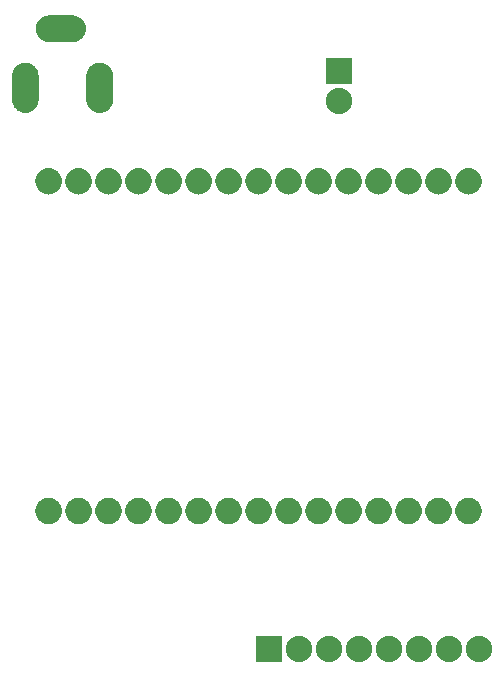
<source format=gbs>
G04 MADE WITH FRITZING*
G04 WWW.FRITZING.ORG*
G04 DOUBLE SIDED*
G04 HOLES PLATED*
G04 CONTOUR ON CENTER OF CONTOUR VECTOR*
%ASAXBY*%
%FSLAX23Y23*%
%MOIN*%
%OFA0B0*%
%SFA1.0B1.0*%
%ADD10C,0.088000*%
%ADD11C,0.088740*%
%ADD12R,0.088000X0.088000*%
%ADD13R,0.001000X0.001000*%
%LNMASK0*%
G90*
G70*
G54D10*
X1564Y265D03*
X1664Y265D03*
X1764Y265D03*
X1864Y265D03*
X1964Y265D03*
X2064Y265D03*
X2164Y265D03*
X2264Y265D03*
X1797Y2190D03*
X1797Y2090D03*
G54D11*
X753Y2133D03*
X1001Y2133D03*
X871Y2330D03*
G54D12*
X1564Y265D03*
X1797Y2190D03*
G54D13*
X827Y2375D02*
X913Y2375D01*
X821Y2374D02*
X919Y2374D01*
X818Y2373D02*
X922Y2373D01*
X815Y2372D02*
X925Y2372D01*
X812Y2371D02*
X927Y2371D01*
X810Y2370D02*
X930Y2370D01*
X809Y2369D02*
X931Y2369D01*
X807Y2368D02*
X933Y2368D01*
X805Y2367D02*
X934Y2367D01*
X804Y2366D02*
X936Y2366D01*
X803Y2365D02*
X937Y2365D01*
X802Y2364D02*
X938Y2364D01*
X801Y2363D02*
X939Y2363D01*
X800Y2362D02*
X940Y2362D01*
X799Y2361D02*
X941Y2361D01*
X798Y2360D02*
X942Y2360D01*
X797Y2359D02*
X943Y2359D01*
X796Y2358D02*
X944Y2358D01*
X795Y2357D02*
X945Y2357D01*
X795Y2356D02*
X945Y2356D01*
X794Y2355D02*
X946Y2355D01*
X793Y2354D02*
X947Y2354D01*
X793Y2353D02*
X947Y2353D01*
X792Y2352D02*
X948Y2352D01*
X792Y2351D02*
X948Y2351D01*
X791Y2350D02*
X949Y2350D01*
X791Y2349D02*
X949Y2349D01*
X790Y2348D02*
X950Y2348D01*
X790Y2347D02*
X950Y2347D01*
X790Y2346D02*
X950Y2346D01*
X789Y2345D02*
X865Y2345D01*
X875Y2345D02*
X951Y2345D01*
X789Y2344D02*
X863Y2344D01*
X877Y2344D02*
X951Y2344D01*
X789Y2343D02*
X861Y2343D01*
X879Y2343D02*
X951Y2343D01*
X788Y2342D02*
X860Y2342D01*
X880Y2342D02*
X952Y2342D01*
X788Y2341D02*
X859Y2341D01*
X881Y2341D02*
X952Y2341D01*
X788Y2340D02*
X858Y2340D01*
X882Y2340D02*
X952Y2340D01*
X788Y2339D02*
X857Y2339D01*
X883Y2339D02*
X952Y2339D01*
X787Y2338D02*
X857Y2338D01*
X883Y2338D02*
X953Y2338D01*
X787Y2337D02*
X856Y2337D01*
X884Y2337D02*
X953Y2337D01*
X787Y2336D02*
X856Y2336D01*
X884Y2336D02*
X953Y2336D01*
X787Y2335D02*
X855Y2335D01*
X885Y2335D02*
X953Y2335D01*
X787Y2334D02*
X855Y2334D01*
X885Y2334D02*
X953Y2334D01*
X787Y2333D02*
X855Y2333D01*
X885Y2333D02*
X953Y2333D01*
X787Y2332D02*
X855Y2332D01*
X885Y2332D02*
X953Y2332D01*
X787Y2331D02*
X855Y2331D01*
X885Y2331D02*
X953Y2331D01*
X787Y2330D02*
X855Y2330D01*
X885Y2330D02*
X953Y2330D01*
X787Y2329D02*
X855Y2329D01*
X885Y2329D02*
X953Y2329D01*
X787Y2328D02*
X855Y2328D01*
X885Y2328D02*
X953Y2328D01*
X787Y2327D02*
X855Y2327D01*
X885Y2327D02*
X953Y2327D01*
X787Y2326D02*
X856Y2326D01*
X884Y2326D02*
X953Y2326D01*
X787Y2325D02*
X856Y2325D01*
X884Y2325D02*
X953Y2325D01*
X787Y2324D02*
X856Y2324D01*
X883Y2324D02*
X953Y2324D01*
X788Y2323D02*
X857Y2323D01*
X883Y2323D02*
X952Y2323D01*
X788Y2322D02*
X858Y2322D01*
X882Y2322D02*
X952Y2322D01*
X788Y2321D02*
X859Y2321D01*
X881Y2321D02*
X952Y2321D01*
X788Y2320D02*
X860Y2320D01*
X880Y2320D02*
X952Y2320D01*
X788Y2319D02*
X861Y2319D01*
X879Y2319D02*
X951Y2319D01*
X789Y2318D02*
X862Y2318D01*
X878Y2318D02*
X951Y2318D01*
X789Y2317D02*
X865Y2317D01*
X875Y2317D02*
X951Y2317D01*
X789Y2316D02*
X950Y2316D01*
X790Y2315D02*
X950Y2315D01*
X790Y2314D02*
X950Y2314D01*
X791Y2313D02*
X949Y2313D01*
X791Y2312D02*
X949Y2312D01*
X792Y2311D02*
X948Y2311D01*
X792Y2310D02*
X948Y2310D01*
X793Y2309D02*
X947Y2309D01*
X793Y2308D02*
X947Y2308D01*
X794Y2307D02*
X946Y2307D01*
X794Y2306D02*
X945Y2306D01*
X795Y2305D02*
X945Y2305D01*
X796Y2304D02*
X944Y2304D01*
X797Y2303D02*
X943Y2303D01*
X797Y2302D02*
X942Y2302D01*
X798Y2301D02*
X942Y2301D01*
X799Y2300D02*
X941Y2300D01*
X800Y2299D02*
X940Y2299D01*
X801Y2298D02*
X939Y2298D01*
X803Y2297D02*
X937Y2297D01*
X804Y2296D02*
X936Y2296D01*
X805Y2295D02*
X935Y2295D01*
X807Y2294D02*
X933Y2294D01*
X808Y2293D02*
X932Y2293D01*
X810Y2292D02*
X930Y2292D01*
X812Y2291D02*
X928Y2291D01*
X814Y2290D02*
X926Y2290D01*
X817Y2289D02*
X923Y2289D01*
X820Y2288D02*
X920Y2288D01*
X825Y2287D02*
X915Y2287D01*
X744Y2217D02*
X759Y2217D01*
X992Y2217D02*
X1007Y2217D01*
X740Y2216D02*
X764Y2216D01*
X988Y2216D02*
X1011Y2216D01*
X737Y2215D02*
X767Y2215D01*
X985Y2215D02*
X1014Y2215D01*
X735Y2214D02*
X769Y2214D01*
X983Y2214D02*
X1017Y2214D01*
X733Y2213D02*
X771Y2213D01*
X981Y2213D02*
X1019Y2213D01*
X731Y2212D02*
X773Y2212D01*
X979Y2212D02*
X1021Y2212D01*
X729Y2211D02*
X775Y2211D01*
X977Y2211D02*
X1023Y2211D01*
X727Y2210D02*
X776Y2210D01*
X975Y2210D02*
X1024Y2210D01*
X726Y2209D02*
X778Y2209D01*
X974Y2209D02*
X1026Y2209D01*
X725Y2208D02*
X779Y2208D01*
X973Y2208D02*
X1027Y2208D01*
X723Y2207D02*
X780Y2207D01*
X971Y2207D02*
X1028Y2207D01*
X722Y2206D02*
X781Y2206D01*
X970Y2206D02*
X1029Y2206D01*
X721Y2205D02*
X783Y2205D01*
X969Y2205D02*
X1031Y2205D01*
X720Y2204D02*
X783Y2204D01*
X968Y2204D02*
X1031Y2204D01*
X719Y2203D02*
X784Y2203D01*
X967Y2203D02*
X1032Y2203D01*
X718Y2202D02*
X785Y2202D01*
X966Y2202D02*
X1033Y2202D01*
X718Y2201D02*
X786Y2201D01*
X966Y2201D02*
X1034Y2201D01*
X717Y2200D02*
X787Y2200D01*
X965Y2200D02*
X1035Y2200D01*
X716Y2199D02*
X788Y2199D01*
X964Y2199D02*
X1036Y2199D01*
X716Y2198D02*
X788Y2198D01*
X964Y2198D02*
X1036Y2198D01*
X715Y2197D02*
X789Y2197D01*
X963Y2197D02*
X1037Y2197D01*
X714Y2196D02*
X789Y2196D01*
X962Y2196D02*
X1037Y2196D01*
X714Y2195D02*
X790Y2195D01*
X962Y2195D02*
X1038Y2195D01*
X713Y2194D02*
X791Y2194D01*
X961Y2194D02*
X1039Y2194D01*
X713Y2193D02*
X791Y2193D01*
X961Y2193D02*
X1039Y2193D01*
X712Y2192D02*
X792Y2192D01*
X960Y2192D02*
X1040Y2192D01*
X712Y2191D02*
X792Y2191D01*
X960Y2191D02*
X1040Y2191D01*
X711Y2190D02*
X792Y2190D01*
X959Y2190D02*
X1040Y2190D01*
X711Y2189D02*
X793Y2189D01*
X959Y2189D02*
X1041Y2189D01*
X711Y2188D02*
X793Y2188D01*
X959Y2188D02*
X1041Y2188D01*
X710Y2187D02*
X794Y2187D01*
X958Y2187D02*
X1041Y2187D01*
X710Y2186D02*
X794Y2186D01*
X958Y2186D02*
X1042Y2186D01*
X710Y2185D02*
X794Y2185D01*
X958Y2185D02*
X1042Y2185D01*
X709Y2184D02*
X794Y2184D01*
X957Y2184D02*
X1042Y2184D01*
X709Y2183D02*
X795Y2183D01*
X957Y2183D02*
X1043Y2183D01*
X709Y2182D02*
X795Y2182D01*
X957Y2182D02*
X1043Y2182D01*
X709Y2181D02*
X795Y2181D01*
X957Y2181D02*
X1043Y2181D01*
X709Y2180D02*
X795Y2180D01*
X957Y2180D02*
X1043Y2180D01*
X708Y2179D02*
X795Y2179D01*
X956Y2179D02*
X1043Y2179D01*
X708Y2178D02*
X795Y2178D01*
X956Y2178D02*
X1043Y2178D01*
X708Y2177D02*
X796Y2177D01*
X956Y2177D02*
X1044Y2177D01*
X708Y2176D02*
X796Y2176D01*
X956Y2176D02*
X1044Y2176D01*
X708Y2175D02*
X796Y2175D01*
X956Y2175D02*
X1044Y2175D01*
X708Y2174D02*
X796Y2174D01*
X956Y2174D02*
X1044Y2174D01*
X708Y2173D02*
X796Y2173D01*
X956Y2173D02*
X1044Y2173D01*
X708Y2172D02*
X796Y2172D01*
X956Y2172D02*
X1044Y2172D01*
X708Y2171D02*
X796Y2171D01*
X956Y2171D02*
X1044Y2171D01*
X708Y2170D02*
X796Y2170D01*
X956Y2170D02*
X1044Y2170D01*
X708Y2169D02*
X796Y2169D01*
X956Y2169D02*
X1044Y2169D01*
X708Y2168D02*
X796Y2168D01*
X956Y2168D02*
X1044Y2168D01*
X708Y2167D02*
X796Y2167D01*
X956Y2167D02*
X1044Y2167D01*
X708Y2166D02*
X796Y2166D01*
X956Y2166D02*
X1044Y2166D01*
X708Y2165D02*
X796Y2165D01*
X956Y2165D02*
X1044Y2165D01*
X708Y2164D02*
X796Y2164D01*
X956Y2164D02*
X1044Y2164D01*
X708Y2163D02*
X796Y2163D01*
X956Y2163D02*
X1044Y2163D01*
X708Y2162D02*
X796Y2162D01*
X956Y2162D02*
X1044Y2162D01*
X708Y2161D02*
X796Y2161D01*
X956Y2161D02*
X1044Y2161D01*
X708Y2160D02*
X796Y2160D01*
X956Y2160D02*
X1044Y2160D01*
X708Y2159D02*
X796Y2159D01*
X956Y2159D02*
X1044Y2159D01*
X708Y2158D02*
X796Y2158D01*
X956Y2158D02*
X1044Y2158D01*
X708Y2157D02*
X796Y2157D01*
X956Y2157D02*
X1044Y2157D01*
X708Y2156D02*
X796Y2156D01*
X956Y2156D02*
X1044Y2156D01*
X708Y2155D02*
X796Y2155D01*
X956Y2155D02*
X1044Y2155D01*
X708Y2154D02*
X796Y2154D01*
X956Y2154D02*
X1044Y2154D01*
X708Y2153D02*
X796Y2153D01*
X956Y2153D02*
X1044Y2153D01*
X708Y2152D02*
X796Y2152D01*
X956Y2152D02*
X1044Y2152D01*
X708Y2151D02*
X796Y2151D01*
X956Y2151D02*
X1044Y2151D01*
X708Y2150D02*
X796Y2150D01*
X956Y2150D02*
X1044Y2150D01*
X708Y2149D02*
X796Y2149D01*
X956Y2149D02*
X1044Y2149D01*
X708Y2148D02*
X747Y2148D01*
X757Y2148D02*
X796Y2148D01*
X956Y2148D02*
X995Y2148D01*
X1005Y2148D02*
X1044Y2148D01*
X708Y2147D02*
X744Y2147D01*
X759Y2147D02*
X796Y2147D01*
X956Y2147D02*
X992Y2147D01*
X1007Y2147D02*
X1044Y2147D01*
X708Y2146D02*
X743Y2146D01*
X761Y2146D02*
X796Y2146D01*
X956Y2146D02*
X991Y2146D01*
X1009Y2146D02*
X1044Y2146D01*
X708Y2145D02*
X742Y2145D01*
X762Y2145D02*
X796Y2145D01*
X956Y2145D02*
X990Y2145D01*
X1010Y2145D02*
X1044Y2145D01*
X708Y2144D02*
X741Y2144D01*
X763Y2144D02*
X796Y2144D01*
X956Y2144D02*
X989Y2144D01*
X1011Y2144D02*
X1044Y2144D01*
X708Y2143D02*
X740Y2143D01*
X764Y2143D02*
X796Y2143D01*
X956Y2143D02*
X988Y2143D01*
X1012Y2143D02*
X1044Y2143D01*
X708Y2142D02*
X739Y2142D01*
X765Y2142D02*
X796Y2142D01*
X956Y2142D02*
X987Y2142D01*
X1013Y2142D02*
X1044Y2142D01*
X708Y2141D02*
X738Y2141D01*
X765Y2141D02*
X796Y2141D01*
X956Y2141D02*
X986Y2141D01*
X1013Y2141D02*
X1044Y2141D01*
X708Y2140D02*
X738Y2140D01*
X766Y2140D02*
X796Y2140D01*
X956Y2140D02*
X986Y2140D01*
X1014Y2140D02*
X1044Y2140D01*
X708Y2139D02*
X738Y2139D01*
X766Y2139D02*
X796Y2139D01*
X956Y2139D02*
X985Y2139D01*
X1014Y2139D02*
X1044Y2139D01*
X708Y2138D02*
X737Y2138D01*
X767Y2138D02*
X796Y2138D01*
X956Y2138D02*
X985Y2138D01*
X1015Y2138D02*
X1044Y2138D01*
X708Y2137D02*
X737Y2137D01*
X767Y2137D02*
X796Y2137D01*
X956Y2137D02*
X985Y2137D01*
X1015Y2137D02*
X1044Y2137D01*
X708Y2136D02*
X737Y2136D01*
X767Y2136D02*
X796Y2136D01*
X956Y2136D02*
X985Y2136D01*
X1015Y2136D02*
X1044Y2136D01*
X708Y2135D02*
X737Y2135D01*
X767Y2135D02*
X796Y2135D01*
X956Y2135D02*
X985Y2135D01*
X1015Y2135D02*
X1044Y2135D01*
X708Y2134D02*
X737Y2134D01*
X767Y2134D02*
X796Y2134D01*
X956Y2134D02*
X985Y2134D01*
X1015Y2134D02*
X1044Y2134D01*
X708Y2133D02*
X737Y2133D01*
X767Y2133D02*
X796Y2133D01*
X956Y2133D02*
X985Y2133D01*
X1015Y2133D02*
X1044Y2133D01*
X708Y2132D02*
X737Y2132D01*
X767Y2132D02*
X796Y2132D01*
X956Y2132D02*
X985Y2132D01*
X1015Y2132D02*
X1044Y2132D01*
X708Y2131D02*
X737Y2131D01*
X767Y2131D02*
X796Y2131D01*
X956Y2131D02*
X985Y2131D01*
X1015Y2131D02*
X1044Y2131D01*
X708Y2130D02*
X737Y2130D01*
X767Y2130D02*
X796Y2130D01*
X956Y2130D02*
X985Y2130D01*
X1014Y2130D02*
X1044Y2130D01*
X708Y2129D02*
X738Y2129D01*
X766Y2129D02*
X796Y2129D01*
X956Y2129D02*
X986Y2129D01*
X1014Y2129D02*
X1044Y2129D01*
X708Y2128D02*
X738Y2128D01*
X766Y2128D02*
X796Y2128D01*
X956Y2128D02*
X986Y2128D01*
X1014Y2128D02*
X1044Y2128D01*
X708Y2127D02*
X739Y2127D01*
X765Y2127D02*
X796Y2127D01*
X956Y2127D02*
X986Y2127D01*
X1013Y2127D02*
X1044Y2127D01*
X708Y2126D02*
X739Y2126D01*
X765Y2126D02*
X796Y2126D01*
X956Y2126D02*
X987Y2126D01*
X1013Y2126D02*
X1044Y2126D01*
X708Y2125D02*
X740Y2125D01*
X764Y2125D02*
X796Y2125D01*
X956Y2125D02*
X988Y2125D01*
X1012Y2125D02*
X1044Y2125D01*
X708Y2124D02*
X741Y2124D01*
X763Y2124D02*
X796Y2124D01*
X956Y2124D02*
X989Y2124D01*
X1011Y2124D02*
X1044Y2124D01*
X708Y2123D02*
X742Y2123D01*
X762Y2123D02*
X796Y2123D01*
X956Y2123D02*
X990Y2123D01*
X1010Y2123D02*
X1044Y2123D01*
X708Y2122D02*
X743Y2122D01*
X761Y2122D02*
X796Y2122D01*
X956Y2122D02*
X991Y2122D01*
X1009Y2122D02*
X1044Y2122D01*
X708Y2121D02*
X745Y2121D01*
X759Y2121D02*
X796Y2121D01*
X956Y2121D02*
X993Y2121D01*
X1007Y2121D02*
X1044Y2121D01*
X708Y2120D02*
X747Y2120D01*
X757Y2120D02*
X796Y2120D01*
X956Y2120D02*
X995Y2120D01*
X1005Y2120D02*
X1044Y2120D01*
X708Y2119D02*
X796Y2119D01*
X956Y2119D02*
X1044Y2119D01*
X708Y2118D02*
X796Y2118D01*
X956Y2118D02*
X1044Y2118D01*
X708Y2117D02*
X796Y2117D01*
X956Y2117D02*
X1044Y2117D01*
X708Y2116D02*
X796Y2116D01*
X956Y2116D02*
X1044Y2116D01*
X708Y2115D02*
X796Y2115D01*
X956Y2115D02*
X1044Y2115D01*
X708Y2114D02*
X796Y2114D01*
X956Y2114D02*
X1044Y2114D01*
X708Y2113D02*
X796Y2113D01*
X956Y2113D02*
X1044Y2113D01*
X708Y2112D02*
X796Y2112D01*
X956Y2112D02*
X1044Y2112D01*
X708Y2111D02*
X796Y2111D01*
X956Y2111D02*
X1044Y2111D01*
X708Y2110D02*
X796Y2110D01*
X956Y2110D02*
X1044Y2110D01*
X708Y2109D02*
X796Y2109D01*
X956Y2109D02*
X1044Y2109D01*
X708Y2108D02*
X796Y2108D01*
X956Y2108D02*
X1044Y2108D01*
X708Y2107D02*
X796Y2107D01*
X956Y2107D02*
X1044Y2107D01*
X708Y2106D02*
X796Y2106D01*
X956Y2106D02*
X1044Y2106D01*
X708Y2105D02*
X796Y2105D01*
X956Y2105D02*
X1044Y2105D01*
X708Y2104D02*
X796Y2104D01*
X956Y2104D02*
X1044Y2104D01*
X708Y2103D02*
X796Y2103D01*
X956Y2103D02*
X1044Y2103D01*
X708Y2102D02*
X796Y2102D01*
X956Y2102D02*
X1044Y2102D01*
X708Y2101D02*
X796Y2101D01*
X956Y2101D02*
X1044Y2101D01*
X708Y2100D02*
X796Y2100D01*
X956Y2100D02*
X1044Y2100D01*
X708Y2099D02*
X796Y2099D01*
X956Y2099D02*
X1044Y2099D01*
X708Y2098D02*
X796Y2098D01*
X956Y2098D02*
X1044Y2098D01*
X708Y2097D02*
X796Y2097D01*
X956Y2097D02*
X1044Y2097D01*
X708Y2096D02*
X796Y2096D01*
X956Y2096D02*
X1044Y2096D01*
X708Y2095D02*
X796Y2095D01*
X956Y2095D02*
X1044Y2095D01*
X708Y2094D02*
X796Y2094D01*
X956Y2094D02*
X1044Y2094D01*
X708Y2093D02*
X796Y2093D01*
X956Y2093D02*
X1044Y2093D01*
X708Y2092D02*
X796Y2092D01*
X956Y2092D02*
X1044Y2092D01*
X708Y2091D02*
X796Y2091D01*
X956Y2091D02*
X1044Y2091D01*
X708Y2090D02*
X795Y2090D01*
X956Y2090D02*
X1043Y2090D01*
X708Y2089D02*
X795Y2089D01*
X956Y2089D02*
X1043Y2089D01*
X709Y2088D02*
X795Y2088D01*
X957Y2088D02*
X1043Y2088D01*
X709Y2087D02*
X795Y2087D01*
X957Y2087D02*
X1043Y2087D01*
X709Y2086D02*
X795Y2086D01*
X957Y2086D02*
X1043Y2086D01*
X709Y2085D02*
X795Y2085D01*
X957Y2085D02*
X1043Y2085D01*
X709Y2084D02*
X794Y2084D01*
X957Y2084D02*
X1042Y2084D01*
X710Y2083D02*
X794Y2083D01*
X958Y2083D02*
X1042Y2083D01*
X710Y2082D02*
X794Y2082D01*
X958Y2082D02*
X1042Y2082D01*
X710Y2081D02*
X793Y2081D01*
X958Y2081D02*
X1041Y2081D01*
X711Y2080D02*
X793Y2080D01*
X959Y2080D02*
X1041Y2080D01*
X711Y2079D02*
X793Y2079D01*
X959Y2079D02*
X1041Y2079D01*
X711Y2078D02*
X792Y2078D01*
X959Y2078D02*
X1040Y2078D01*
X712Y2077D02*
X792Y2077D01*
X960Y2077D02*
X1040Y2077D01*
X712Y2076D02*
X791Y2076D01*
X960Y2076D02*
X1039Y2076D01*
X713Y2075D02*
X791Y2075D01*
X961Y2075D02*
X1039Y2075D01*
X713Y2074D02*
X791Y2074D01*
X961Y2074D02*
X1038Y2074D01*
X714Y2073D02*
X790Y2073D01*
X962Y2073D02*
X1038Y2073D01*
X714Y2072D02*
X789Y2072D01*
X962Y2072D02*
X1037Y2072D01*
X715Y2071D02*
X789Y2071D01*
X963Y2071D02*
X1037Y2071D01*
X716Y2070D02*
X788Y2070D01*
X964Y2070D02*
X1036Y2070D01*
X716Y2069D02*
X787Y2069D01*
X964Y2069D02*
X1035Y2069D01*
X717Y2068D02*
X787Y2068D01*
X965Y2068D02*
X1035Y2068D01*
X718Y2067D02*
X786Y2067D01*
X966Y2067D02*
X1034Y2067D01*
X719Y2066D02*
X785Y2066D01*
X967Y2066D02*
X1033Y2066D01*
X720Y2065D02*
X784Y2065D01*
X968Y2065D02*
X1032Y2065D01*
X720Y2064D02*
X783Y2064D01*
X968Y2064D02*
X1031Y2064D01*
X721Y2063D02*
X782Y2063D01*
X969Y2063D02*
X1030Y2063D01*
X723Y2062D02*
X781Y2062D01*
X970Y2062D02*
X1029Y2062D01*
X724Y2061D02*
X780Y2061D01*
X972Y2061D02*
X1028Y2061D01*
X725Y2060D02*
X779Y2060D01*
X973Y2060D02*
X1027Y2060D01*
X726Y2059D02*
X778Y2059D01*
X974Y2059D02*
X1026Y2059D01*
X728Y2058D02*
X776Y2058D01*
X976Y2058D02*
X1024Y2058D01*
X729Y2057D02*
X775Y2057D01*
X977Y2057D02*
X1022Y2057D01*
X731Y2056D02*
X773Y2056D01*
X979Y2056D02*
X1021Y2056D01*
X733Y2055D02*
X771Y2055D01*
X981Y2055D02*
X1019Y2055D01*
X735Y2054D02*
X769Y2054D01*
X983Y2054D02*
X1017Y2054D01*
X738Y2053D02*
X766Y2053D01*
X986Y2053D02*
X1014Y2053D01*
X741Y2052D02*
X763Y2052D01*
X989Y2052D02*
X1011Y2052D01*
X745Y2051D02*
X758Y2051D01*
X993Y2051D02*
X1006Y2051D01*
X823Y1866D02*
X836Y1866D01*
X923Y1866D02*
X935Y1866D01*
X1023Y1866D02*
X1035Y1866D01*
X1123Y1866D02*
X1135Y1866D01*
X1223Y1866D02*
X1235Y1866D01*
X1323Y1866D02*
X1335Y1866D01*
X1423Y1866D02*
X1435Y1866D01*
X1523Y1866D02*
X1535Y1866D01*
X1623Y1866D02*
X1635Y1866D01*
X1723Y1866D02*
X1735Y1866D01*
X1823Y1866D02*
X1835Y1866D01*
X1923Y1866D02*
X1935Y1866D01*
X2023Y1866D02*
X2035Y1866D01*
X2123Y1866D02*
X2135Y1866D01*
X2223Y1866D02*
X2235Y1866D01*
X818Y1865D02*
X840Y1865D01*
X918Y1865D02*
X940Y1865D01*
X1018Y1865D02*
X1040Y1865D01*
X1118Y1865D02*
X1140Y1865D01*
X1218Y1865D02*
X1240Y1865D01*
X1318Y1865D02*
X1340Y1865D01*
X1418Y1865D02*
X1440Y1865D01*
X1518Y1865D02*
X1540Y1865D01*
X1618Y1865D02*
X1640Y1865D01*
X1718Y1865D02*
X1740Y1865D01*
X1818Y1865D02*
X1840Y1865D01*
X1918Y1865D02*
X1940Y1865D01*
X2018Y1865D02*
X2040Y1865D01*
X2118Y1865D02*
X2140Y1865D01*
X2218Y1865D02*
X2240Y1865D01*
X815Y1864D02*
X844Y1864D01*
X915Y1864D02*
X943Y1864D01*
X1015Y1864D02*
X1043Y1864D01*
X1114Y1864D02*
X1143Y1864D01*
X1215Y1864D02*
X1244Y1864D01*
X1315Y1864D02*
X1344Y1864D01*
X1415Y1864D02*
X1443Y1864D01*
X1515Y1864D02*
X1543Y1864D01*
X1615Y1864D02*
X1643Y1864D01*
X1715Y1864D02*
X1743Y1864D01*
X1815Y1864D02*
X1843Y1864D01*
X1915Y1864D02*
X1943Y1864D01*
X2015Y1864D02*
X2043Y1864D01*
X2115Y1864D02*
X2143Y1864D01*
X2215Y1864D02*
X2243Y1864D01*
X812Y1863D02*
X846Y1863D01*
X912Y1863D02*
X946Y1863D01*
X1012Y1863D02*
X1046Y1863D01*
X1112Y1863D02*
X1146Y1863D01*
X1212Y1863D02*
X1246Y1863D01*
X1312Y1863D02*
X1346Y1863D01*
X1412Y1863D02*
X1446Y1863D01*
X1512Y1863D02*
X1546Y1863D01*
X1612Y1863D02*
X1646Y1863D01*
X1712Y1863D02*
X1746Y1863D01*
X1812Y1863D02*
X1846Y1863D01*
X1912Y1863D02*
X1946Y1863D01*
X2012Y1863D02*
X2046Y1863D01*
X2112Y1863D02*
X2146Y1863D01*
X2212Y1863D02*
X2246Y1863D01*
X810Y1862D02*
X848Y1862D01*
X910Y1862D02*
X948Y1862D01*
X1010Y1862D02*
X1048Y1862D01*
X1110Y1862D02*
X1148Y1862D01*
X1210Y1862D02*
X1248Y1862D01*
X1310Y1862D02*
X1348Y1862D01*
X1410Y1862D02*
X1448Y1862D01*
X1510Y1862D02*
X1548Y1862D01*
X1610Y1862D02*
X1648Y1862D01*
X1710Y1862D02*
X1748Y1862D01*
X1810Y1862D02*
X1848Y1862D01*
X1910Y1862D02*
X1948Y1862D01*
X2010Y1862D02*
X2048Y1862D01*
X2110Y1862D02*
X2148Y1862D01*
X2210Y1862D02*
X2248Y1862D01*
X808Y1861D02*
X850Y1861D01*
X908Y1861D02*
X950Y1861D01*
X1008Y1861D02*
X1050Y1861D01*
X1108Y1861D02*
X1150Y1861D01*
X1208Y1861D02*
X1250Y1861D01*
X1308Y1861D02*
X1350Y1861D01*
X1408Y1861D02*
X1450Y1861D01*
X1508Y1861D02*
X1550Y1861D01*
X1608Y1861D02*
X1650Y1861D01*
X1708Y1861D02*
X1750Y1861D01*
X1808Y1861D02*
X1850Y1861D01*
X1908Y1861D02*
X1950Y1861D01*
X2008Y1861D02*
X2050Y1861D01*
X2108Y1861D02*
X2150Y1861D01*
X2208Y1861D02*
X2250Y1861D01*
X807Y1860D02*
X852Y1860D01*
X907Y1860D02*
X952Y1860D01*
X1006Y1860D02*
X1051Y1860D01*
X1106Y1860D02*
X1151Y1860D01*
X1207Y1860D02*
X1252Y1860D01*
X1307Y1860D02*
X1352Y1860D01*
X1407Y1860D02*
X1452Y1860D01*
X1507Y1860D02*
X1552Y1860D01*
X1607Y1860D02*
X1652Y1860D01*
X1707Y1860D02*
X1752Y1860D01*
X1807Y1860D02*
X1852Y1860D01*
X1907Y1860D02*
X1952Y1860D01*
X2006Y1860D02*
X2052Y1860D01*
X2106Y1860D02*
X2152Y1860D01*
X2206Y1860D02*
X2251Y1860D01*
X805Y1859D02*
X853Y1859D01*
X905Y1859D02*
X953Y1859D01*
X1005Y1859D02*
X1053Y1859D01*
X1105Y1859D02*
X1153Y1859D01*
X1205Y1859D02*
X1253Y1859D01*
X1305Y1859D02*
X1353Y1859D01*
X1405Y1859D02*
X1453Y1859D01*
X1505Y1859D02*
X1553Y1859D01*
X1605Y1859D02*
X1653Y1859D01*
X1705Y1859D02*
X1753Y1859D01*
X1805Y1859D02*
X1853Y1859D01*
X1905Y1859D02*
X1953Y1859D01*
X2005Y1859D02*
X2053Y1859D01*
X2105Y1859D02*
X2153Y1859D01*
X2205Y1859D02*
X2253Y1859D01*
X804Y1858D02*
X855Y1858D01*
X904Y1858D02*
X955Y1858D01*
X1003Y1858D02*
X1054Y1858D01*
X1103Y1858D02*
X1154Y1858D01*
X1204Y1858D02*
X1255Y1858D01*
X1304Y1858D02*
X1355Y1858D01*
X1404Y1858D02*
X1455Y1858D01*
X1504Y1858D02*
X1555Y1858D01*
X1604Y1858D02*
X1655Y1858D01*
X1704Y1858D02*
X1755Y1858D01*
X1804Y1858D02*
X1855Y1858D01*
X1904Y1858D02*
X1955Y1858D01*
X2004Y1858D02*
X2055Y1858D01*
X2103Y1858D02*
X2154Y1858D01*
X2203Y1858D02*
X2254Y1858D01*
X802Y1857D02*
X856Y1857D01*
X902Y1857D02*
X956Y1857D01*
X1002Y1857D02*
X1056Y1857D01*
X1102Y1857D02*
X1156Y1857D01*
X1202Y1857D02*
X1256Y1857D01*
X1302Y1857D02*
X1356Y1857D01*
X1402Y1857D02*
X1456Y1857D01*
X1502Y1857D02*
X1556Y1857D01*
X1602Y1857D02*
X1656Y1857D01*
X1702Y1857D02*
X1756Y1857D01*
X1802Y1857D02*
X1856Y1857D01*
X1902Y1857D02*
X1956Y1857D01*
X2002Y1857D02*
X2056Y1857D01*
X2102Y1857D02*
X2156Y1857D01*
X2202Y1857D02*
X2256Y1857D01*
X801Y1856D02*
X857Y1856D01*
X901Y1856D02*
X957Y1856D01*
X1001Y1856D02*
X1057Y1856D01*
X1101Y1856D02*
X1157Y1856D01*
X1201Y1856D02*
X1257Y1856D01*
X1301Y1856D02*
X1357Y1856D01*
X1401Y1856D02*
X1457Y1856D01*
X1501Y1856D02*
X1557Y1856D01*
X1601Y1856D02*
X1657Y1856D01*
X1701Y1856D02*
X1757Y1856D01*
X1801Y1856D02*
X1857Y1856D01*
X1901Y1856D02*
X1957Y1856D01*
X2001Y1856D02*
X2057Y1856D01*
X2101Y1856D02*
X2157Y1856D01*
X2201Y1856D02*
X2257Y1856D01*
X800Y1855D02*
X859Y1855D01*
X900Y1855D02*
X958Y1855D01*
X1000Y1855D02*
X1058Y1855D01*
X1100Y1855D02*
X1158Y1855D01*
X1200Y1855D02*
X1258Y1855D01*
X1300Y1855D02*
X1358Y1855D01*
X1400Y1855D02*
X1458Y1855D01*
X1500Y1855D02*
X1558Y1855D01*
X1600Y1855D02*
X1658Y1855D01*
X1700Y1855D02*
X1758Y1855D01*
X1800Y1855D02*
X1858Y1855D01*
X1900Y1855D02*
X1958Y1855D01*
X2000Y1855D02*
X2058Y1855D01*
X2100Y1855D02*
X2158Y1855D01*
X2200Y1855D02*
X2258Y1855D01*
X799Y1854D02*
X860Y1854D01*
X899Y1854D02*
X959Y1854D01*
X999Y1854D02*
X1059Y1854D01*
X1098Y1854D02*
X1159Y1854D01*
X1199Y1854D02*
X1260Y1854D01*
X1299Y1854D02*
X1360Y1854D01*
X1399Y1854D02*
X1459Y1854D01*
X1499Y1854D02*
X1559Y1854D01*
X1599Y1854D02*
X1659Y1854D01*
X1699Y1854D02*
X1759Y1854D01*
X1799Y1854D02*
X1859Y1854D01*
X1899Y1854D02*
X1959Y1854D01*
X1999Y1854D02*
X2059Y1854D01*
X2099Y1854D02*
X2159Y1854D01*
X2199Y1854D02*
X2259Y1854D01*
X798Y1853D02*
X861Y1853D01*
X898Y1853D02*
X960Y1853D01*
X998Y1853D02*
X1060Y1853D01*
X1098Y1853D02*
X1160Y1853D01*
X1198Y1853D02*
X1260Y1853D01*
X1298Y1853D02*
X1360Y1853D01*
X1398Y1853D02*
X1460Y1853D01*
X1498Y1853D02*
X1560Y1853D01*
X1598Y1853D02*
X1660Y1853D01*
X1698Y1853D02*
X1760Y1853D01*
X1798Y1853D02*
X1860Y1853D01*
X1898Y1853D02*
X1960Y1853D01*
X1998Y1853D02*
X2060Y1853D01*
X2098Y1853D02*
X2160Y1853D01*
X2198Y1853D02*
X2260Y1853D01*
X797Y1852D02*
X861Y1852D01*
X897Y1852D02*
X961Y1852D01*
X997Y1852D02*
X1061Y1852D01*
X1097Y1852D02*
X1161Y1852D01*
X1197Y1852D02*
X1261Y1852D01*
X1297Y1852D02*
X1361Y1852D01*
X1397Y1852D02*
X1461Y1852D01*
X1497Y1852D02*
X1561Y1852D01*
X1597Y1852D02*
X1661Y1852D01*
X1697Y1852D02*
X1761Y1852D01*
X1797Y1852D02*
X1861Y1852D01*
X1897Y1852D02*
X1961Y1852D01*
X1997Y1852D02*
X2061Y1852D01*
X2097Y1852D02*
X2161Y1852D01*
X2197Y1852D02*
X2261Y1852D01*
X796Y1851D02*
X862Y1851D01*
X896Y1851D02*
X962Y1851D01*
X996Y1851D02*
X1062Y1851D01*
X1096Y1851D02*
X1162Y1851D01*
X1196Y1851D02*
X1262Y1851D01*
X1296Y1851D02*
X1362Y1851D01*
X1396Y1851D02*
X1462Y1851D01*
X1496Y1851D02*
X1562Y1851D01*
X1596Y1851D02*
X1662Y1851D01*
X1696Y1851D02*
X1762Y1851D01*
X1796Y1851D02*
X1862Y1851D01*
X1896Y1851D02*
X1962Y1851D01*
X1996Y1851D02*
X2062Y1851D01*
X2096Y1851D02*
X2162Y1851D01*
X2196Y1851D02*
X2262Y1851D01*
X795Y1850D02*
X863Y1850D01*
X895Y1850D02*
X963Y1850D01*
X995Y1850D02*
X1063Y1850D01*
X1095Y1850D02*
X1163Y1850D01*
X1195Y1850D02*
X1263Y1850D01*
X1295Y1850D02*
X1363Y1850D01*
X1395Y1850D02*
X1463Y1850D01*
X1495Y1850D02*
X1563Y1850D01*
X1595Y1850D02*
X1663Y1850D01*
X1695Y1850D02*
X1763Y1850D01*
X1795Y1850D02*
X1863Y1850D01*
X1895Y1850D02*
X1963Y1850D01*
X1995Y1850D02*
X2063Y1850D01*
X2095Y1850D02*
X2163Y1850D01*
X2195Y1850D02*
X2263Y1850D01*
X795Y1849D02*
X864Y1849D01*
X895Y1849D02*
X964Y1849D01*
X994Y1849D02*
X1064Y1849D01*
X1094Y1849D02*
X1163Y1849D01*
X1195Y1849D02*
X1264Y1849D01*
X1295Y1849D02*
X1364Y1849D01*
X1395Y1849D02*
X1464Y1849D01*
X1495Y1849D02*
X1564Y1849D01*
X1595Y1849D02*
X1664Y1849D01*
X1695Y1849D02*
X1764Y1849D01*
X1794Y1849D02*
X1864Y1849D01*
X1894Y1849D02*
X1964Y1849D01*
X1994Y1849D02*
X2064Y1849D01*
X2094Y1849D02*
X2164Y1849D01*
X2194Y1849D02*
X2264Y1849D01*
X794Y1848D02*
X865Y1848D01*
X894Y1848D02*
X964Y1848D01*
X994Y1848D02*
X1064Y1848D01*
X1093Y1848D02*
X1164Y1848D01*
X1194Y1848D02*
X1265Y1848D01*
X1294Y1848D02*
X1365Y1848D01*
X1394Y1848D02*
X1464Y1848D01*
X1494Y1848D02*
X1564Y1848D01*
X1594Y1848D02*
X1664Y1848D01*
X1694Y1848D02*
X1764Y1848D01*
X1794Y1848D02*
X1864Y1848D01*
X1894Y1848D02*
X1964Y1848D01*
X1994Y1848D02*
X2064Y1848D01*
X2094Y1848D02*
X2164Y1848D01*
X2194Y1848D02*
X2264Y1848D01*
X793Y1847D02*
X865Y1847D01*
X893Y1847D02*
X965Y1847D01*
X993Y1847D02*
X1065Y1847D01*
X1093Y1847D02*
X1165Y1847D01*
X1193Y1847D02*
X1265Y1847D01*
X1293Y1847D02*
X1365Y1847D01*
X1393Y1847D02*
X1465Y1847D01*
X1493Y1847D02*
X1565Y1847D01*
X1593Y1847D02*
X1665Y1847D01*
X1693Y1847D02*
X1765Y1847D01*
X1793Y1847D02*
X1865Y1847D01*
X1893Y1847D02*
X1965Y1847D01*
X1993Y1847D02*
X2065Y1847D01*
X2093Y1847D02*
X2165Y1847D01*
X2193Y1847D02*
X2265Y1847D01*
X793Y1846D02*
X866Y1846D01*
X892Y1846D02*
X966Y1846D01*
X992Y1846D02*
X1066Y1846D01*
X1092Y1846D02*
X1165Y1846D01*
X1193Y1846D02*
X1266Y1846D01*
X1293Y1846D02*
X1366Y1846D01*
X1393Y1846D02*
X1466Y1846D01*
X1493Y1846D02*
X1566Y1846D01*
X1592Y1846D02*
X1666Y1846D01*
X1692Y1846D02*
X1766Y1846D01*
X1792Y1846D02*
X1866Y1846D01*
X1892Y1846D02*
X1966Y1846D01*
X1992Y1846D02*
X2066Y1846D01*
X2092Y1846D02*
X2166Y1846D01*
X2192Y1846D02*
X2266Y1846D01*
X792Y1845D02*
X867Y1845D01*
X892Y1845D02*
X966Y1845D01*
X992Y1845D02*
X1066Y1845D01*
X1092Y1845D02*
X1166Y1845D01*
X1192Y1845D02*
X1266Y1845D01*
X1292Y1845D02*
X1366Y1845D01*
X1392Y1845D02*
X1466Y1845D01*
X1492Y1845D02*
X1566Y1845D01*
X1592Y1845D02*
X1666Y1845D01*
X1692Y1845D02*
X1766Y1845D01*
X1792Y1845D02*
X1866Y1845D01*
X1892Y1845D02*
X1966Y1845D01*
X1992Y1845D02*
X2066Y1845D01*
X2092Y1845D02*
X2166Y1845D01*
X2192Y1845D02*
X2266Y1845D01*
X791Y1844D02*
X867Y1844D01*
X891Y1844D02*
X967Y1844D01*
X991Y1844D02*
X1067Y1844D01*
X1091Y1844D02*
X1167Y1844D01*
X1191Y1844D02*
X1267Y1844D01*
X1291Y1844D02*
X1367Y1844D01*
X1391Y1844D02*
X1467Y1844D01*
X1491Y1844D02*
X1567Y1844D01*
X1591Y1844D02*
X1667Y1844D01*
X1691Y1844D02*
X1767Y1844D01*
X1791Y1844D02*
X1867Y1844D01*
X1891Y1844D02*
X1967Y1844D01*
X1991Y1844D02*
X2067Y1844D01*
X2091Y1844D02*
X2167Y1844D01*
X2191Y1844D02*
X2267Y1844D01*
X791Y1843D02*
X868Y1843D01*
X891Y1843D02*
X968Y1843D01*
X991Y1843D02*
X1067Y1843D01*
X1090Y1843D02*
X1167Y1843D01*
X1191Y1843D02*
X1268Y1843D01*
X1291Y1843D02*
X1368Y1843D01*
X1391Y1843D02*
X1468Y1843D01*
X1491Y1843D02*
X1568Y1843D01*
X1591Y1843D02*
X1668Y1843D01*
X1691Y1843D02*
X1768Y1843D01*
X1791Y1843D02*
X1867Y1843D01*
X1891Y1843D02*
X1967Y1843D01*
X1991Y1843D02*
X2067Y1843D01*
X2091Y1843D02*
X2167Y1843D01*
X2191Y1843D02*
X2267Y1843D01*
X790Y1842D02*
X868Y1842D01*
X890Y1842D02*
X968Y1842D01*
X990Y1842D02*
X1068Y1842D01*
X1090Y1842D02*
X1168Y1842D01*
X1190Y1842D02*
X1268Y1842D01*
X1290Y1842D02*
X1368Y1842D01*
X1390Y1842D02*
X1468Y1842D01*
X1490Y1842D02*
X1568Y1842D01*
X1590Y1842D02*
X1668Y1842D01*
X1690Y1842D02*
X1768Y1842D01*
X1790Y1842D02*
X1868Y1842D01*
X1890Y1842D02*
X1968Y1842D01*
X1990Y1842D02*
X2068Y1842D01*
X2090Y1842D02*
X2168Y1842D01*
X2190Y1842D02*
X2268Y1842D01*
X790Y1841D02*
X869Y1841D01*
X890Y1841D02*
X969Y1841D01*
X990Y1841D02*
X1068Y1841D01*
X1089Y1841D02*
X1168Y1841D01*
X1190Y1841D02*
X1269Y1841D01*
X1290Y1841D02*
X1369Y1841D01*
X1390Y1841D02*
X1469Y1841D01*
X1490Y1841D02*
X1569Y1841D01*
X1590Y1841D02*
X1669Y1841D01*
X1690Y1841D02*
X1768Y1841D01*
X1790Y1841D02*
X1868Y1841D01*
X1890Y1841D02*
X1968Y1841D01*
X1990Y1841D02*
X2068Y1841D01*
X2090Y1841D02*
X2168Y1841D01*
X2190Y1841D02*
X2268Y1841D01*
X789Y1840D02*
X869Y1840D01*
X889Y1840D02*
X969Y1840D01*
X989Y1840D02*
X1069Y1840D01*
X1089Y1840D02*
X1169Y1840D01*
X1189Y1840D02*
X1269Y1840D01*
X1289Y1840D02*
X1369Y1840D01*
X1389Y1840D02*
X1469Y1840D01*
X1489Y1840D02*
X1569Y1840D01*
X1589Y1840D02*
X1669Y1840D01*
X1689Y1840D02*
X1769Y1840D01*
X1789Y1840D02*
X1869Y1840D01*
X1889Y1840D02*
X1969Y1840D01*
X1989Y1840D02*
X2069Y1840D01*
X2089Y1840D02*
X2169Y1840D01*
X2189Y1840D02*
X2269Y1840D01*
X789Y1839D02*
X870Y1839D01*
X889Y1839D02*
X969Y1839D01*
X989Y1839D02*
X1069Y1839D01*
X1089Y1839D02*
X1169Y1839D01*
X1189Y1839D02*
X1269Y1839D01*
X1289Y1839D02*
X1369Y1839D01*
X1389Y1839D02*
X1469Y1839D01*
X1489Y1839D02*
X1569Y1839D01*
X1589Y1839D02*
X1669Y1839D01*
X1689Y1839D02*
X1769Y1839D01*
X1789Y1839D02*
X1869Y1839D01*
X1889Y1839D02*
X1969Y1839D01*
X1989Y1839D02*
X2069Y1839D01*
X2089Y1839D02*
X2169Y1839D01*
X2189Y1839D02*
X2269Y1839D01*
X789Y1838D02*
X870Y1838D01*
X889Y1838D02*
X970Y1838D01*
X988Y1838D02*
X1070Y1838D01*
X1088Y1838D02*
X1169Y1838D01*
X1189Y1838D02*
X1270Y1838D01*
X1289Y1838D02*
X1370Y1838D01*
X1389Y1838D02*
X1470Y1838D01*
X1489Y1838D02*
X1570Y1838D01*
X1588Y1838D02*
X1670Y1838D01*
X1688Y1838D02*
X1770Y1838D01*
X1788Y1838D02*
X1870Y1838D01*
X1888Y1838D02*
X1970Y1838D01*
X1988Y1838D02*
X2070Y1838D01*
X2088Y1838D02*
X2170Y1838D01*
X2188Y1838D02*
X2270Y1838D01*
X788Y1837D02*
X870Y1837D01*
X888Y1837D02*
X970Y1837D01*
X988Y1837D02*
X1070Y1837D01*
X1088Y1837D02*
X1170Y1837D01*
X1188Y1837D02*
X1270Y1837D01*
X1288Y1837D02*
X1370Y1837D01*
X1388Y1837D02*
X1470Y1837D01*
X1488Y1837D02*
X1570Y1837D01*
X1588Y1837D02*
X1670Y1837D01*
X1688Y1837D02*
X1770Y1837D01*
X1788Y1837D02*
X1870Y1837D01*
X1888Y1837D02*
X1970Y1837D01*
X1988Y1837D02*
X2070Y1837D01*
X2088Y1837D02*
X2170Y1837D01*
X2188Y1837D02*
X2270Y1837D01*
X788Y1836D02*
X871Y1836D01*
X888Y1836D02*
X970Y1836D01*
X988Y1836D02*
X1070Y1836D01*
X1087Y1836D02*
X1170Y1836D01*
X1188Y1836D02*
X1271Y1836D01*
X1288Y1836D02*
X1371Y1836D01*
X1388Y1836D02*
X1471Y1836D01*
X1488Y1836D02*
X1570Y1836D01*
X1588Y1836D02*
X1670Y1836D01*
X1688Y1836D02*
X1770Y1836D01*
X1788Y1836D02*
X1870Y1836D01*
X1888Y1836D02*
X1970Y1836D01*
X1988Y1836D02*
X2070Y1836D01*
X2088Y1836D02*
X2170Y1836D01*
X2188Y1836D02*
X2270Y1836D01*
X788Y1835D02*
X871Y1835D01*
X888Y1835D02*
X971Y1835D01*
X987Y1835D02*
X1071Y1835D01*
X1087Y1835D02*
X1170Y1835D01*
X1188Y1835D02*
X1271Y1835D01*
X1288Y1835D02*
X1371Y1835D01*
X1388Y1835D02*
X1471Y1835D01*
X1488Y1835D02*
X1571Y1835D01*
X1588Y1835D02*
X1671Y1835D01*
X1687Y1835D02*
X1771Y1835D01*
X1787Y1835D02*
X1871Y1835D01*
X1887Y1835D02*
X1971Y1835D01*
X1987Y1835D02*
X2071Y1835D01*
X2087Y1835D02*
X2171Y1835D01*
X2187Y1835D02*
X2271Y1835D01*
X787Y1834D02*
X871Y1834D01*
X887Y1834D02*
X971Y1834D01*
X987Y1834D02*
X1071Y1834D01*
X1087Y1834D02*
X1171Y1834D01*
X1187Y1834D02*
X1271Y1834D01*
X1287Y1834D02*
X1371Y1834D01*
X1387Y1834D02*
X1471Y1834D01*
X1487Y1834D02*
X1571Y1834D01*
X1587Y1834D02*
X1671Y1834D01*
X1687Y1834D02*
X1771Y1834D01*
X1787Y1834D02*
X1871Y1834D01*
X1887Y1834D02*
X1971Y1834D01*
X1987Y1834D02*
X2071Y1834D01*
X2087Y1834D02*
X2171Y1834D01*
X2187Y1834D02*
X2271Y1834D01*
X787Y1833D02*
X871Y1833D01*
X887Y1833D02*
X971Y1833D01*
X987Y1833D02*
X1071Y1833D01*
X1087Y1833D02*
X1171Y1833D01*
X1187Y1833D02*
X1271Y1833D01*
X1287Y1833D02*
X1371Y1833D01*
X1387Y1833D02*
X1471Y1833D01*
X1487Y1833D02*
X1571Y1833D01*
X1587Y1833D02*
X1671Y1833D01*
X1687Y1833D02*
X1771Y1833D01*
X1787Y1833D02*
X1871Y1833D01*
X1887Y1833D02*
X1971Y1833D01*
X1987Y1833D02*
X2071Y1833D01*
X2087Y1833D02*
X2171Y1833D01*
X2187Y1833D02*
X2271Y1833D01*
X787Y1832D02*
X872Y1832D01*
X887Y1832D02*
X971Y1832D01*
X987Y1832D02*
X1071Y1832D01*
X1086Y1832D02*
X1171Y1832D01*
X1187Y1832D02*
X1272Y1832D01*
X1287Y1832D02*
X1372Y1832D01*
X1387Y1832D02*
X1472Y1832D01*
X1487Y1832D02*
X1571Y1832D01*
X1587Y1832D02*
X1671Y1832D01*
X1687Y1832D02*
X1771Y1832D01*
X1787Y1832D02*
X1871Y1832D01*
X1887Y1832D02*
X1971Y1832D01*
X1987Y1832D02*
X2071Y1832D01*
X2087Y1832D02*
X2171Y1832D01*
X2187Y1832D02*
X2271Y1832D01*
X787Y1831D02*
X872Y1831D01*
X887Y1831D02*
X972Y1831D01*
X986Y1831D02*
X1072Y1831D01*
X1086Y1831D02*
X1171Y1831D01*
X1187Y1831D02*
X1272Y1831D01*
X1287Y1831D02*
X1372Y1831D01*
X1387Y1831D02*
X1472Y1831D01*
X1487Y1831D02*
X1572Y1831D01*
X1587Y1831D02*
X1672Y1831D01*
X1687Y1831D02*
X1772Y1831D01*
X1787Y1831D02*
X1872Y1831D01*
X1886Y1831D02*
X1972Y1831D01*
X1986Y1831D02*
X2072Y1831D01*
X2086Y1831D02*
X2172Y1831D01*
X2186Y1831D02*
X2272Y1831D01*
X787Y1830D02*
X872Y1830D01*
X886Y1830D02*
X972Y1830D01*
X986Y1830D02*
X1072Y1830D01*
X1086Y1830D02*
X1171Y1830D01*
X1187Y1830D02*
X1272Y1830D01*
X1286Y1830D02*
X1372Y1830D01*
X1386Y1830D02*
X1472Y1830D01*
X1486Y1830D02*
X1572Y1830D01*
X1586Y1830D02*
X1672Y1830D01*
X1686Y1830D02*
X1772Y1830D01*
X1786Y1830D02*
X1872Y1830D01*
X1886Y1830D02*
X1972Y1830D01*
X1986Y1830D02*
X2072Y1830D01*
X2086Y1830D02*
X2172Y1830D01*
X2186Y1830D02*
X2272Y1830D01*
X786Y1829D02*
X872Y1829D01*
X886Y1829D02*
X972Y1829D01*
X986Y1829D02*
X1072Y1829D01*
X1086Y1829D02*
X1172Y1829D01*
X1186Y1829D02*
X1272Y1829D01*
X1286Y1829D02*
X1372Y1829D01*
X1386Y1829D02*
X1472Y1829D01*
X1486Y1829D02*
X1572Y1829D01*
X1586Y1829D02*
X1672Y1829D01*
X1686Y1829D02*
X1772Y1829D01*
X1786Y1829D02*
X1872Y1829D01*
X1886Y1829D02*
X1972Y1829D01*
X1986Y1829D02*
X2072Y1829D01*
X2086Y1829D02*
X2172Y1829D01*
X2186Y1829D02*
X2272Y1829D01*
X786Y1828D02*
X872Y1828D01*
X886Y1828D02*
X972Y1828D01*
X986Y1828D02*
X1072Y1828D01*
X1086Y1828D02*
X1172Y1828D01*
X1186Y1828D02*
X1272Y1828D01*
X1286Y1828D02*
X1372Y1828D01*
X1386Y1828D02*
X1472Y1828D01*
X1486Y1828D02*
X1572Y1828D01*
X1586Y1828D02*
X1672Y1828D01*
X1686Y1828D02*
X1772Y1828D01*
X1786Y1828D02*
X1872Y1828D01*
X1886Y1828D02*
X1972Y1828D01*
X1986Y1828D02*
X2072Y1828D01*
X2086Y1828D02*
X2172Y1828D01*
X2186Y1828D02*
X2272Y1828D01*
X786Y1827D02*
X872Y1827D01*
X886Y1827D02*
X972Y1827D01*
X986Y1827D02*
X1072Y1827D01*
X1086Y1827D02*
X1172Y1827D01*
X1186Y1827D02*
X1272Y1827D01*
X1286Y1827D02*
X1372Y1827D01*
X1386Y1827D02*
X1472Y1827D01*
X1486Y1827D02*
X1572Y1827D01*
X1586Y1827D02*
X1672Y1827D01*
X1686Y1827D02*
X1772Y1827D01*
X1786Y1827D02*
X1872Y1827D01*
X1886Y1827D02*
X1972Y1827D01*
X1986Y1827D02*
X2072Y1827D01*
X2086Y1827D02*
X2172Y1827D01*
X2186Y1827D02*
X2272Y1827D01*
X786Y1826D02*
X873Y1826D01*
X886Y1826D02*
X972Y1826D01*
X986Y1826D02*
X1072Y1826D01*
X1086Y1826D02*
X1172Y1826D01*
X1186Y1826D02*
X1272Y1826D01*
X1286Y1826D02*
X1372Y1826D01*
X1386Y1826D02*
X1472Y1826D01*
X1486Y1826D02*
X1572Y1826D01*
X1586Y1826D02*
X1672Y1826D01*
X1686Y1826D02*
X1772Y1826D01*
X1786Y1826D02*
X1872Y1826D01*
X1886Y1826D02*
X1972Y1826D01*
X1986Y1826D02*
X2072Y1826D01*
X2086Y1826D02*
X2172Y1826D01*
X2186Y1826D02*
X2272Y1826D01*
X786Y1825D02*
X873Y1825D01*
X886Y1825D02*
X972Y1825D01*
X986Y1825D02*
X1072Y1825D01*
X1085Y1825D02*
X1172Y1825D01*
X1186Y1825D02*
X1273Y1825D01*
X1286Y1825D02*
X1372Y1825D01*
X1386Y1825D02*
X1472Y1825D01*
X1486Y1825D02*
X1572Y1825D01*
X1586Y1825D02*
X1672Y1825D01*
X1686Y1825D02*
X1772Y1825D01*
X1786Y1825D02*
X1872Y1825D01*
X1886Y1825D02*
X1972Y1825D01*
X1986Y1825D02*
X2072Y1825D01*
X2086Y1825D02*
X2172Y1825D01*
X2186Y1825D02*
X2272Y1825D01*
X786Y1824D02*
X873Y1824D01*
X886Y1824D02*
X972Y1824D01*
X986Y1824D02*
X1072Y1824D01*
X1085Y1824D02*
X1172Y1824D01*
X1186Y1824D02*
X1273Y1824D01*
X1286Y1824D02*
X1373Y1824D01*
X1386Y1824D02*
X1473Y1824D01*
X1486Y1824D02*
X1572Y1824D01*
X1586Y1824D02*
X1672Y1824D01*
X1686Y1824D02*
X1772Y1824D01*
X1786Y1824D02*
X1872Y1824D01*
X1886Y1824D02*
X1972Y1824D01*
X1986Y1824D02*
X2072Y1824D01*
X2086Y1824D02*
X2172Y1824D01*
X2186Y1824D02*
X2272Y1824D01*
X786Y1823D02*
X873Y1823D01*
X886Y1823D02*
X973Y1823D01*
X986Y1823D02*
X1072Y1823D01*
X1085Y1823D02*
X1172Y1823D01*
X1186Y1823D02*
X1273Y1823D01*
X1286Y1823D02*
X1373Y1823D01*
X1386Y1823D02*
X1473Y1823D01*
X1486Y1823D02*
X1573Y1823D01*
X1586Y1823D02*
X1673Y1823D01*
X1686Y1823D02*
X1772Y1823D01*
X1786Y1823D02*
X1872Y1823D01*
X1886Y1823D02*
X1972Y1823D01*
X1986Y1823D02*
X2072Y1823D01*
X2086Y1823D02*
X2172Y1823D01*
X2186Y1823D02*
X2272Y1823D01*
X786Y1822D02*
X873Y1822D01*
X886Y1822D02*
X973Y1822D01*
X986Y1822D02*
X1072Y1822D01*
X1085Y1822D02*
X1172Y1822D01*
X1186Y1822D02*
X1273Y1822D01*
X1286Y1822D02*
X1373Y1822D01*
X1386Y1822D02*
X1473Y1822D01*
X1486Y1822D02*
X1573Y1822D01*
X1586Y1822D02*
X1673Y1822D01*
X1686Y1822D02*
X1772Y1822D01*
X1786Y1822D02*
X1872Y1822D01*
X1886Y1822D02*
X1972Y1822D01*
X1986Y1822D02*
X2072Y1822D01*
X2086Y1822D02*
X2172Y1822D01*
X2186Y1822D02*
X2272Y1822D01*
X786Y1821D02*
X873Y1821D01*
X886Y1821D02*
X972Y1821D01*
X986Y1821D02*
X1072Y1821D01*
X1085Y1821D02*
X1172Y1821D01*
X1186Y1821D02*
X1273Y1821D01*
X1286Y1821D02*
X1373Y1821D01*
X1386Y1821D02*
X1472Y1821D01*
X1486Y1821D02*
X1572Y1821D01*
X1586Y1821D02*
X1672Y1821D01*
X1686Y1821D02*
X1772Y1821D01*
X1786Y1821D02*
X1872Y1821D01*
X1886Y1821D02*
X1972Y1821D01*
X1986Y1821D02*
X2072Y1821D01*
X2086Y1821D02*
X2172Y1821D01*
X2186Y1821D02*
X2272Y1821D01*
X786Y1820D02*
X873Y1820D01*
X886Y1820D02*
X972Y1820D01*
X986Y1820D02*
X1072Y1820D01*
X1086Y1820D02*
X1172Y1820D01*
X1186Y1820D02*
X1272Y1820D01*
X1286Y1820D02*
X1372Y1820D01*
X1386Y1820D02*
X1472Y1820D01*
X1486Y1820D02*
X1572Y1820D01*
X1586Y1820D02*
X1672Y1820D01*
X1686Y1820D02*
X1772Y1820D01*
X1786Y1820D02*
X1872Y1820D01*
X1886Y1820D02*
X1972Y1820D01*
X1986Y1820D02*
X2072Y1820D01*
X2086Y1820D02*
X2172Y1820D01*
X2186Y1820D02*
X2272Y1820D01*
X786Y1819D02*
X873Y1819D01*
X886Y1819D02*
X972Y1819D01*
X986Y1819D02*
X1072Y1819D01*
X1086Y1819D02*
X1172Y1819D01*
X1186Y1819D02*
X1272Y1819D01*
X1286Y1819D02*
X1372Y1819D01*
X1386Y1819D02*
X1472Y1819D01*
X1486Y1819D02*
X1572Y1819D01*
X1586Y1819D02*
X1672Y1819D01*
X1686Y1819D02*
X1772Y1819D01*
X1786Y1819D02*
X1872Y1819D01*
X1886Y1819D02*
X1972Y1819D01*
X1986Y1819D02*
X2072Y1819D01*
X2086Y1819D02*
X2172Y1819D01*
X2186Y1819D02*
X2272Y1819D01*
X786Y1818D02*
X872Y1818D01*
X886Y1818D02*
X972Y1818D01*
X986Y1818D02*
X1072Y1818D01*
X1086Y1818D02*
X1172Y1818D01*
X1186Y1818D02*
X1272Y1818D01*
X1286Y1818D02*
X1372Y1818D01*
X1386Y1818D02*
X1472Y1818D01*
X1486Y1818D02*
X1572Y1818D01*
X1586Y1818D02*
X1672Y1818D01*
X1686Y1818D02*
X1772Y1818D01*
X1786Y1818D02*
X1872Y1818D01*
X1886Y1818D02*
X1972Y1818D01*
X1986Y1818D02*
X2072Y1818D01*
X2086Y1818D02*
X2172Y1818D01*
X2186Y1818D02*
X2272Y1818D01*
X786Y1817D02*
X872Y1817D01*
X886Y1817D02*
X972Y1817D01*
X986Y1817D02*
X1072Y1817D01*
X1086Y1817D02*
X1172Y1817D01*
X1186Y1817D02*
X1272Y1817D01*
X1286Y1817D02*
X1372Y1817D01*
X1386Y1817D02*
X1472Y1817D01*
X1486Y1817D02*
X1572Y1817D01*
X1586Y1817D02*
X1672Y1817D01*
X1686Y1817D02*
X1772Y1817D01*
X1786Y1817D02*
X1872Y1817D01*
X1886Y1817D02*
X1972Y1817D01*
X1986Y1817D02*
X2072Y1817D01*
X2086Y1817D02*
X2172Y1817D01*
X2186Y1817D02*
X2272Y1817D01*
X787Y1816D02*
X872Y1816D01*
X886Y1816D02*
X972Y1816D01*
X986Y1816D02*
X1072Y1816D01*
X1086Y1816D02*
X1172Y1816D01*
X1186Y1816D02*
X1272Y1816D01*
X1286Y1816D02*
X1372Y1816D01*
X1386Y1816D02*
X1472Y1816D01*
X1486Y1816D02*
X1572Y1816D01*
X1586Y1816D02*
X1672Y1816D01*
X1686Y1816D02*
X1772Y1816D01*
X1786Y1816D02*
X1872Y1816D01*
X1886Y1816D02*
X1972Y1816D01*
X1986Y1816D02*
X2072Y1816D01*
X2086Y1816D02*
X2172Y1816D01*
X2186Y1816D02*
X2272Y1816D01*
X787Y1815D02*
X872Y1815D01*
X886Y1815D02*
X972Y1815D01*
X986Y1815D02*
X1072Y1815D01*
X1086Y1815D02*
X1171Y1815D01*
X1187Y1815D02*
X1272Y1815D01*
X1287Y1815D02*
X1372Y1815D01*
X1387Y1815D02*
X1472Y1815D01*
X1487Y1815D02*
X1572Y1815D01*
X1586Y1815D02*
X1672Y1815D01*
X1686Y1815D02*
X1772Y1815D01*
X1786Y1815D02*
X1872Y1815D01*
X1886Y1815D02*
X1972Y1815D01*
X1986Y1815D02*
X2072Y1815D01*
X2086Y1815D02*
X2172Y1815D01*
X2186Y1815D02*
X2272Y1815D01*
X787Y1814D02*
X872Y1814D01*
X887Y1814D02*
X972Y1814D01*
X986Y1814D02*
X1071Y1814D01*
X1086Y1814D02*
X1171Y1814D01*
X1187Y1814D02*
X1272Y1814D01*
X1287Y1814D02*
X1372Y1814D01*
X1387Y1814D02*
X1472Y1814D01*
X1487Y1814D02*
X1572Y1814D01*
X1587Y1814D02*
X1672Y1814D01*
X1687Y1814D02*
X1772Y1814D01*
X1787Y1814D02*
X1872Y1814D01*
X1887Y1814D02*
X1972Y1814D01*
X1987Y1814D02*
X2071Y1814D01*
X2087Y1814D02*
X2171Y1814D01*
X2187Y1814D02*
X2271Y1814D01*
X787Y1813D02*
X872Y1813D01*
X887Y1813D02*
X971Y1813D01*
X987Y1813D02*
X1071Y1813D01*
X1087Y1813D02*
X1171Y1813D01*
X1187Y1813D02*
X1271Y1813D01*
X1287Y1813D02*
X1371Y1813D01*
X1387Y1813D02*
X1471Y1813D01*
X1487Y1813D02*
X1571Y1813D01*
X1587Y1813D02*
X1671Y1813D01*
X1687Y1813D02*
X1771Y1813D01*
X1787Y1813D02*
X1871Y1813D01*
X1887Y1813D02*
X1971Y1813D01*
X1987Y1813D02*
X2071Y1813D01*
X2087Y1813D02*
X2171Y1813D01*
X2187Y1813D02*
X2271Y1813D01*
X787Y1812D02*
X871Y1812D01*
X887Y1812D02*
X971Y1812D01*
X987Y1812D02*
X1071Y1812D01*
X1087Y1812D02*
X1171Y1812D01*
X1187Y1812D02*
X1271Y1812D01*
X1287Y1812D02*
X1371Y1812D01*
X1387Y1812D02*
X1471Y1812D01*
X1487Y1812D02*
X1571Y1812D01*
X1587Y1812D02*
X1671Y1812D01*
X1687Y1812D02*
X1771Y1812D01*
X1787Y1812D02*
X1871Y1812D01*
X1887Y1812D02*
X1971Y1812D01*
X1987Y1812D02*
X2071Y1812D01*
X2087Y1812D02*
X2171Y1812D01*
X2187Y1812D02*
X2271Y1812D01*
X788Y1811D02*
X871Y1811D01*
X887Y1811D02*
X971Y1811D01*
X987Y1811D02*
X1071Y1811D01*
X1087Y1811D02*
X1171Y1811D01*
X1187Y1811D02*
X1271Y1811D01*
X1287Y1811D02*
X1371Y1811D01*
X1387Y1811D02*
X1471Y1811D01*
X1487Y1811D02*
X1571Y1811D01*
X1587Y1811D02*
X1671Y1811D01*
X1687Y1811D02*
X1771Y1811D01*
X1787Y1811D02*
X1871Y1811D01*
X1887Y1811D02*
X1971Y1811D01*
X1987Y1811D02*
X2071Y1811D01*
X2087Y1811D02*
X2171Y1811D01*
X2187Y1811D02*
X2271Y1811D01*
X788Y1810D02*
X871Y1810D01*
X888Y1810D02*
X971Y1810D01*
X987Y1810D02*
X1070Y1810D01*
X1087Y1810D02*
X1170Y1810D01*
X1188Y1810D02*
X1271Y1810D01*
X1288Y1810D02*
X1371Y1810D01*
X1388Y1810D02*
X1471Y1810D01*
X1488Y1810D02*
X1571Y1810D01*
X1588Y1810D02*
X1671Y1810D01*
X1688Y1810D02*
X1771Y1810D01*
X1788Y1810D02*
X1871Y1810D01*
X1888Y1810D02*
X1971Y1810D01*
X1988Y1810D02*
X2070Y1810D01*
X2088Y1810D02*
X2170Y1810D01*
X2187Y1810D02*
X2270Y1810D01*
X788Y1809D02*
X870Y1809D01*
X888Y1809D02*
X970Y1809D01*
X988Y1809D02*
X1070Y1809D01*
X1088Y1809D02*
X1170Y1809D01*
X1188Y1809D02*
X1270Y1809D01*
X1288Y1809D02*
X1370Y1809D01*
X1388Y1809D02*
X1470Y1809D01*
X1488Y1809D02*
X1570Y1809D01*
X1588Y1809D02*
X1670Y1809D01*
X1688Y1809D02*
X1770Y1809D01*
X1788Y1809D02*
X1870Y1809D01*
X1888Y1809D02*
X1970Y1809D01*
X1988Y1809D02*
X2070Y1809D01*
X2088Y1809D02*
X2170Y1809D01*
X2188Y1809D02*
X2270Y1809D01*
X789Y1808D02*
X870Y1808D01*
X888Y1808D02*
X970Y1808D01*
X988Y1808D02*
X1070Y1808D01*
X1088Y1808D02*
X1170Y1808D01*
X1188Y1808D02*
X1270Y1808D01*
X1288Y1808D02*
X1370Y1808D01*
X1388Y1808D02*
X1470Y1808D01*
X1488Y1808D02*
X1570Y1808D01*
X1588Y1808D02*
X1670Y1808D01*
X1688Y1808D02*
X1770Y1808D01*
X1788Y1808D02*
X1870Y1808D01*
X1888Y1808D02*
X1970Y1808D01*
X1988Y1808D02*
X2070Y1808D01*
X2088Y1808D02*
X2170Y1808D01*
X2188Y1808D02*
X2270Y1808D01*
X789Y1807D02*
X870Y1807D01*
X889Y1807D02*
X970Y1807D01*
X989Y1807D02*
X1069Y1807D01*
X1088Y1807D02*
X1169Y1807D01*
X1189Y1807D02*
X1270Y1807D01*
X1289Y1807D02*
X1370Y1807D01*
X1389Y1807D02*
X1470Y1807D01*
X1489Y1807D02*
X1570Y1807D01*
X1589Y1807D02*
X1670Y1807D01*
X1689Y1807D02*
X1770Y1807D01*
X1789Y1807D02*
X1870Y1807D01*
X1889Y1807D02*
X1969Y1807D01*
X1989Y1807D02*
X2069Y1807D01*
X2089Y1807D02*
X2169Y1807D01*
X2189Y1807D02*
X2269Y1807D01*
X789Y1806D02*
X869Y1806D01*
X889Y1806D02*
X969Y1806D01*
X989Y1806D02*
X1069Y1806D01*
X1089Y1806D02*
X1169Y1806D01*
X1189Y1806D02*
X1269Y1806D01*
X1289Y1806D02*
X1369Y1806D01*
X1389Y1806D02*
X1469Y1806D01*
X1489Y1806D02*
X1569Y1806D01*
X1589Y1806D02*
X1669Y1806D01*
X1689Y1806D02*
X1769Y1806D01*
X1789Y1806D02*
X1869Y1806D01*
X1889Y1806D02*
X1969Y1806D01*
X1989Y1806D02*
X2069Y1806D01*
X2089Y1806D02*
X2169Y1806D01*
X2189Y1806D02*
X2269Y1806D01*
X790Y1805D02*
X869Y1805D01*
X889Y1805D02*
X969Y1805D01*
X989Y1805D02*
X1069Y1805D01*
X1089Y1805D02*
X1168Y1805D01*
X1190Y1805D02*
X1269Y1805D01*
X1290Y1805D02*
X1369Y1805D01*
X1390Y1805D02*
X1469Y1805D01*
X1490Y1805D02*
X1569Y1805D01*
X1589Y1805D02*
X1669Y1805D01*
X1689Y1805D02*
X1769Y1805D01*
X1789Y1805D02*
X1869Y1805D01*
X1889Y1805D02*
X1969Y1805D01*
X1989Y1805D02*
X2069Y1805D01*
X2089Y1805D02*
X2169Y1805D01*
X2189Y1805D02*
X2269Y1805D01*
X790Y1804D02*
X868Y1804D01*
X890Y1804D02*
X968Y1804D01*
X990Y1804D02*
X1068Y1804D01*
X1090Y1804D02*
X1168Y1804D01*
X1190Y1804D02*
X1268Y1804D01*
X1290Y1804D02*
X1368Y1804D01*
X1390Y1804D02*
X1468Y1804D01*
X1490Y1804D02*
X1568Y1804D01*
X1590Y1804D02*
X1668Y1804D01*
X1690Y1804D02*
X1768Y1804D01*
X1790Y1804D02*
X1868Y1804D01*
X1890Y1804D02*
X1968Y1804D01*
X1990Y1804D02*
X2068Y1804D01*
X2090Y1804D02*
X2168Y1804D01*
X2190Y1804D02*
X2268Y1804D01*
X791Y1803D02*
X868Y1803D01*
X890Y1803D02*
X968Y1803D01*
X990Y1803D02*
X1068Y1803D01*
X1090Y1803D02*
X1167Y1803D01*
X1191Y1803D02*
X1268Y1803D01*
X1291Y1803D02*
X1368Y1803D01*
X1391Y1803D02*
X1468Y1803D01*
X1490Y1803D02*
X1568Y1803D01*
X1590Y1803D02*
X1668Y1803D01*
X1690Y1803D02*
X1768Y1803D01*
X1790Y1803D02*
X1868Y1803D01*
X1890Y1803D02*
X1968Y1803D01*
X1990Y1803D02*
X2068Y1803D01*
X2090Y1803D02*
X2168Y1803D01*
X2190Y1803D02*
X2268Y1803D01*
X791Y1802D02*
X867Y1802D01*
X891Y1802D02*
X967Y1802D01*
X991Y1802D02*
X1067Y1802D01*
X1091Y1802D02*
X1167Y1802D01*
X1191Y1802D02*
X1267Y1802D01*
X1291Y1802D02*
X1367Y1802D01*
X1391Y1802D02*
X1467Y1802D01*
X1491Y1802D02*
X1567Y1802D01*
X1591Y1802D02*
X1667Y1802D01*
X1691Y1802D02*
X1767Y1802D01*
X1791Y1802D02*
X1867Y1802D01*
X1891Y1802D02*
X1967Y1802D01*
X1991Y1802D02*
X2067Y1802D01*
X2091Y1802D02*
X2167Y1802D01*
X2191Y1802D02*
X2267Y1802D01*
X792Y1801D02*
X867Y1801D01*
X892Y1801D02*
X967Y1801D01*
X991Y1801D02*
X1067Y1801D01*
X1091Y1801D02*
X1166Y1801D01*
X1192Y1801D02*
X1267Y1801D01*
X1292Y1801D02*
X1367Y1801D01*
X1392Y1801D02*
X1467Y1801D01*
X1492Y1801D02*
X1567Y1801D01*
X1592Y1801D02*
X1667Y1801D01*
X1692Y1801D02*
X1767Y1801D01*
X1792Y1801D02*
X1867Y1801D01*
X1891Y1801D02*
X1967Y1801D01*
X1991Y1801D02*
X2067Y1801D01*
X2091Y1801D02*
X2167Y1801D01*
X2191Y1801D02*
X2267Y1801D01*
X792Y1800D02*
X866Y1800D01*
X892Y1800D02*
X966Y1800D01*
X992Y1800D02*
X1066Y1800D01*
X1092Y1800D02*
X1166Y1800D01*
X1192Y1800D02*
X1266Y1800D01*
X1292Y1800D02*
X1366Y1800D01*
X1392Y1800D02*
X1466Y1800D01*
X1492Y1800D02*
X1566Y1800D01*
X1592Y1800D02*
X1666Y1800D01*
X1692Y1800D02*
X1766Y1800D01*
X1792Y1800D02*
X1866Y1800D01*
X1892Y1800D02*
X1966Y1800D01*
X1992Y1800D02*
X2066Y1800D01*
X2092Y1800D02*
X2166Y1800D01*
X2192Y1800D02*
X2266Y1800D01*
X793Y1799D02*
X866Y1799D01*
X893Y1799D02*
X965Y1799D01*
X993Y1799D02*
X1065Y1799D01*
X1092Y1799D02*
X1165Y1799D01*
X1193Y1799D02*
X1266Y1799D01*
X1293Y1799D02*
X1366Y1799D01*
X1393Y1799D02*
X1465Y1799D01*
X1493Y1799D02*
X1565Y1799D01*
X1593Y1799D02*
X1665Y1799D01*
X1693Y1799D02*
X1765Y1799D01*
X1793Y1799D02*
X1865Y1799D01*
X1893Y1799D02*
X1965Y1799D01*
X1993Y1799D02*
X2065Y1799D01*
X2093Y1799D02*
X2165Y1799D01*
X2193Y1799D02*
X2265Y1799D01*
X794Y1798D02*
X865Y1798D01*
X893Y1798D02*
X965Y1798D01*
X993Y1798D02*
X1065Y1798D01*
X1093Y1798D02*
X1164Y1798D01*
X1194Y1798D02*
X1265Y1798D01*
X1294Y1798D02*
X1365Y1798D01*
X1393Y1798D02*
X1465Y1798D01*
X1493Y1798D02*
X1565Y1798D01*
X1593Y1798D02*
X1665Y1798D01*
X1693Y1798D02*
X1765Y1798D01*
X1793Y1798D02*
X1865Y1798D01*
X1893Y1798D02*
X1965Y1798D01*
X1993Y1798D02*
X2065Y1798D01*
X2093Y1798D02*
X2165Y1798D01*
X2193Y1798D02*
X2265Y1798D01*
X794Y1797D02*
X864Y1797D01*
X894Y1797D02*
X964Y1797D01*
X994Y1797D02*
X1064Y1797D01*
X1094Y1797D02*
X1164Y1797D01*
X1194Y1797D02*
X1264Y1797D01*
X1294Y1797D02*
X1364Y1797D01*
X1394Y1797D02*
X1464Y1797D01*
X1494Y1797D02*
X1564Y1797D01*
X1594Y1797D02*
X1664Y1797D01*
X1694Y1797D02*
X1764Y1797D01*
X1794Y1797D02*
X1864Y1797D01*
X1894Y1797D02*
X1964Y1797D01*
X1994Y1797D02*
X2064Y1797D01*
X2094Y1797D02*
X2164Y1797D01*
X2194Y1797D02*
X2264Y1797D01*
X795Y1796D02*
X864Y1796D01*
X895Y1796D02*
X963Y1796D01*
X995Y1796D02*
X1063Y1796D01*
X1095Y1796D02*
X1163Y1796D01*
X1195Y1796D02*
X1263Y1796D01*
X1295Y1796D02*
X1363Y1796D01*
X1395Y1796D02*
X1463Y1796D01*
X1495Y1796D02*
X1563Y1796D01*
X1595Y1796D02*
X1663Y1796D01*
X1695Y1796D02*
X1763Y1796D01*
X1795Y1796D02*
X1863Y1796D01*
X1895Y1796D02*
X1963Y1796D01*
X1995Y1796D02*
X2063Y1796D01*
X2095Y1796D02*
X2163Y1796D01*
X2195Y1796D02*
X2263Y1796D01*
X796Y1795D02*
X863Y1795D01*
X896Y1795D02*
X963Y1795D01*
X996Y1795D02*
X1062Y1795D01*
X1095Y1795D02*
X1162Y1795D01*
X1196Y1795D02*
X1263Y1795D01*
X1296Y1795D02*
X1363Y1795D01*
X1396Y1795D02*
X1463Y1795D01*
X1496Y1795D02*
X1563Y1795D01*
X1596Y1795D02*
X1663Y1795D01*
X1696Y1795D02*
X1763Y1795D01*
X1796Y1795D02*
X1863Y1795D01*
X1896Y1795D02*
X1962Y1795D01*
X1996Y1795D02*
X2062Y1795D01*
X2096Y1795D02*
X2162Y1795D01*
X2196Y1795D02*
X2262Y1795D01*
X797Y1794D02*
X862Y1794D01*
X897Y1794D02*
X962Y1794D01*
X996Y1794D02*
X1062Y1794D01*
X1096Y1794D02*
X1161Y1794D01*
X1197Y1794D02*
X1262Y1794D01*
X1297Y1794D02*
X1362Y1794D01*
X1397Y1794D02*
X1462Y1794D01*
X1497Y1794D02*
X1562Y1794D01*
X1597Y1794D02*
X1662Y1794D01*
X1696Y1794D02*
X1762Y1794D01*
X1796Y1794D02*
X1862Y1794D01*
X1896Y1794D02*
X1962Y1794D01*
X1996Y1794D02*
X2062Y1794D01*
X2096Y1794D02*
X2162Y1794D01*
X2196Y1794D02*
X2262Y1794D01*
X798Y1793D02*
X861Y1793D01*
X897Y1793D02*
X961Y1793D01*
X997Y1793D02*
X1061Y1793D01*
X1097Y1793D02*
X1160Y1793D01*
X1198Y1793D02*
X1261Y1793D01*
X1297Y1793D02*
X1361Y1793D01*
X1397Y1793D02*
X1461Y1793D01*
X1497Y1793D02*
X1561Y1793D01*
X1597Y1793D02*
X1661Y1793D01*
X1697Y1793D02*
X1761Y1793D01*
X1797Y1793D02*
X1861Y1793D01*
X1897Y1793D02*
X1961Y1793D01*
X1997Y1793D02*
X2061Y1793D01*
X2097Y1793D02*
X2161Y1793D01*
X2197Y1793D02*
X2261Y1793D01*
X799Y1792D02*
X860Y1792D01*
X898Y1792D02*
X960Y1792D01*
X998Y1792D02*
X1060Y1792D01*
X1098Y1792D02*
X1160Y1792D01*
X1198Y1792D02*
X1260Y1792D01*
X1298Y1792D02*
X1360Y1792D01*
X1398Y1792D02*
X1460Y1792D01*
X1498Y1792D02*
X1560Y1792D01*
X1598Y1792D02*
X1660Y1792D01*
X1698Y1792D02*
X1760Y1792D01*
X1798Y1792D02*
X1860Y1792D01*
X1898Y1792D02*
X1960Y1792D01*
X1998Y1792D02*
X2060Y1792D01*
X2098Y1792D02*
X2160Y1792D01*
X2198Y1792D02*
X2260Y1792D01*
X800Y1791D02*
X859Y1791D01*
X899Y1791D02*
X959Y1791D01*
X999Y1791D02*
X1059Y1791D01*
X1099Y1791D02*
X1159Y1791D01*
X1199Y1791D02*
X1259Y1791D01*
X1299Y1791D02*
X1359Y1791D01*
X1399Y1791D02*
X1459Y1791D01*
X1499Y1791D02*
X1559Y1791D01*
X1599Y1791D02*
X1659Y1791D01*
X1699Y1791D02*
X1759Y1791D01*
X1799Y1791D02*
X1859Y1791D01*
X1899Y1791D02*
X1959Y1791D01*
X1999Y1791D02*
X2059Y1791D01*
X2099Y1791D02*
X2159Y1791D01*
X2199Y1791D02*
X2259Y1791D01*
X801Y1790D02*
X858Y1790D01*
X901Y1790D02*
X958Y1790D01*
X1000Y1790D02*
X1058Y1790D01*
X1100Y1790D02*
X1157Y1790D01*
X1201Y1790D02*
X1258Y1790D01*
X1301Y1790D02*
X1358Y1790D01*
X1401Y1790D02*
X1458Y1790D01*
X1501Y1790D02*
X1558Y1790D01*
X1600Y1790D02*
X1658Y1790D01*
X1700Y1790D02*
X1758Y1790D01*
X1800Y1790D02*
X1858Y1790D01*
X1900Y1790D02*
X1958Y1790D01*
X2000Y1790D02*
X2058Y1790D01*
X2100Y1790D02*
X2158Y1790D01*
X2200Y1790D02*
X2258Y1790D01*
X802Y1789D02*
X857Y1789D01*
X902Y1789D02*
X957Y1789D01*
X1001Y1789D02*
X1056Y1789D01*
X1101Y1789D02*
X1156Y1789D01*
X1202Y1789D02*
X1257Y1789D01*
X1302Y1789D02*
X1357Y1789D01*
X1402Y1789D02*
X1457Y1789D01*
X1502Y1789D02*
X1557Y1789D01*
X1602Y1789D02*
X1657Y1789D01*
X1702Y1789D02*
X1757Y1789D01*
X1802Y1789D02*
X1857Y1789D01*
X1902Y1789D02*
X1957Y1789D01*
X2002Y1789D02*
X2057Y1789D01*
X2102Y1789D02*
X2156Y1789D01*
X2201Y1789D02*
X2256Y1789D01*
X803Y1788D02*
X855Y1788D01*
X903Y1788D02*
X955Y1788D01*
X1003Y1788D02*
X1055Y1788D01*
X1103Y1788D02*
X1155Y1788D01*
X1203Y1788D02*
X1255Y1788D01*
X1303Y1788D02*
X1355Y1788D01*
X1403Y1788D02*
X1455Y1788D01*
X1503Y1788D02*
X1555Y1788D01*
X1603Y1788D02*
X1655Y1788D01*
X1703Y1788D02*
X1755Y1788D01*
X1803Y1788D02*
X1855Y1788D01*
X1903Y1788D02*
X1955Y1788D01*
X2003Y1788D02*
X2055Y1788D01*
X2103Y1788D02*
X2155Y1788D01*
X2203Y1788D02*
X2255Y1788D01*
X805Y1787D02*
X854Y1787D01*
X904Y1787D02*
X954Y1787D01*
X1004Y1787D02*
X1054Y1787D01*
X1104Y1787D02*
X1154Y1787D01*
X1204Y1787D02*
X1254Y1787D01*
X1304Y1787D02*
X1354Y1787D01*
X1404Y1787D02*
X1454Y1787D01*
X1504Y1787D02*
X1554Y1787D01*
X1604Y1787D02*
X1654Y1787D01*
X1704Y1787D02*
X1754Y1787D01*
X1804Y1787D02*
X1854Y1787D01*
X1904Y1787D02*
X1954Y1787D01*
X2004Y1787D02*
X2054Y1787D01*
X2104Y1787D02*
X2154Y1787D01*
X2204Y1787D02*
X2254Y1787D01*
X806Y1786D02*
X853Y1786D01*
X906Y1786D02*
X952Y1786D01*
X1006Y1786D02*
X1052Y1786D01*
X1105Y1786D02*
X1152Y1786D01*
X1206Y1786D02*
X1253Y1786D01*
X1306Y1786D02*
X1353Y1786D01*
X1406Y1786D02*
X1452Y1786D01*
X1506Y1786D02*
X1552Y1786D01*
X1606Y1786D02*
X1652Y1786D01*
X1706Y1786D02*
X1752Y1786D01*
X1806Y1786D02*
X1852Y1786D01*
X1906Y1786D02*
X1952Y1786D01*
X2006Y1786D02*
X2052Y1786D01*
X2106Y1786D02*
X2152Y1786D01*
X2206Y1786D02*
X2252Y1786D01*
X808Y1785D02*
X851Y1785D01*
X907Y1785D02*
X951Y1785D01*
X1007Y1785D02*
X1051Y1785D01*
X1107Y1785D02*
X1150Y1785D01*
X1208Y1785D02*
X1251Y1785D01*
X1307Y1785D02*
X1351Y1785D01*
X1407Y1785D02*
X1451Y1785D01*
X1507Y1785D02*
X1551Y1785D01*
X1607Y1785D02*
X1651Y1785D01*
X1707Y1785D02*
X1751Y1785D01*
X1807Y1785D02*
X1851Y1785D01*
X1907Y1785D02*
X1951Y1785D01*
X2007Y1785D02*
X2051Y1785D01*
X2107Y1785D02*
X2151Y1785D01*
X2207Y1785D02*
X2251Y1785D01*
X809Y1784D02*
X849Y1784D01*
X909Y1784D02*
X949Y1784D01*
X1009Y1784D02*
X1049Y1784D01*
X1109Y1784D02*
X1149Y1784D01*
X1209Y1784D02*
X1249Y1784D01*
X1309Y1784D02*
X1349Y1784D01*
X1409Y1784D02*
X1449Y1784D01*
X1509Y1784D02*
X1549Y1784D01*
X1609Y1784D02*
X1649Y1784D01*
X1709Y1784D02*
X1749Y1784D01*
X1809Y1784D02*
X1849Y1784D01*
X1909Y1784D02*
X1949Y1784D01*
X2009Y1784D02*
X2049Y1784D01*
X2109Y1784D02*
X2149Y1784D01*
X2209Y1784D02*
X2249Y1784D01*
X811Y1783D02*
X847Y1783D01*
X911Y1783D02*
X947Y1783D01*
X1011Y1783D02*
X1047Y1783D01*
X1111Y1783D02*
X1147Y1783D01*
X1211Y1783D02*
X1247Y1783D01*
X1311Y1783D02*
X1347Y1783D01*
X1411Y1783D02*
X1447Y1783D01*
X1511Y1783D02*
X1547Y1783D01*
X1611Y1783D02*
X1647Y1783D01*
X1711Y1783D02*
X1747Y1783D01*
X1811Y1783D02*
X1847Y1783D01*
X1911Y1783D02*
X1947Y1783D01*
X2011Y1783D02*
X2047Y1783D01*
X2111Y1783D02*
X2147Y1783D01*
X2211Y1783D02*
X2247Y1783D01*
X814Y1782D02*
X845Y1782D01*
X913Y1782D02*
X945Y1782D01*
X1013Y1782D02*
X1045Y1782D01*
X1113Y1782D02*
X1144Y1782D01*
X1214Y1782D02*
X1245Y1782D01*
X1314Y1782D02*
X1345Y1782D01*
X1413Y1782D02*
X1445Y1782D01*
X1513Y1782D02*
X1545Y1782D01*
X1613Y1782D02*
X1645Y1782D01*
X1713Y1782D02*
X1745Y1782D01*
X1813Y1782D02*
X1845Y1782D01*
X1913Y1782D02*
X1945Y1782D01*
X2013Y1782D02*
X2045Y1782D01*
X2113Y1782D02*
X2145Y1782D01*
X2213Y1782D02*
X2245Y1782D01*
X816Y1781D02*
X842Y1781D01*
X916Y1781D02*
X942Y1781D01*
X1016Y1781D02*
X1042Y1781D01*
X1116Y1781D02*
X1142Y1781D01*
X1216Y1781D02*
X1242Y1781D01*
X1316Y1781D02*
X1342Y1781D01*
X1416Y1781D02*
X1442Y1781D01*
X1516Y1781D02*
X1542Y1781D01*
X1616Y1781D02*
X1642Y1781D01*
X1716Y1781D02*
X1742Y1781D01*
X1816Y1781D02*
X1842Y1781D01*
X1916Y1781D02*
X1942Y1781D01*
X2016Y1781D02*
X2042Y1781D01*
X2116Y1781D02*
X2142Y1781D01*
X2216Y1781D02*
X2242Y1781D01*
X820Y1780D02*
X838Y1780D01*
X920Y1780D02*
X938Y1780D01*
X1020Y1780D02*
X1038Y1780D01*
X1120Y1780D02*
X1138Y1780D01*
X1220Y1780D02*
X1238Y1780D01*
X1320Y1780D02*
X1338Y1780D01*
X1420Y1780D02*
X1438Y1780D01*
X1520Y1780D02*
X1538Y1780D01*
X1620Y1780D02*
X1638Y1780D01*
X1720Y1780D02*
X1738Y1780D01*
X1820Y1780D02*
X1838Y1780D01*
X1920Y1780D02*
X1938Y1780D01*
X2020Y1780D02*
X2038Y1780D01*
X2120Y1780D02*
X2138Y1780D01*
X2220Y1780D02*
X2238Y1780D01*
X828Y1779D02*
X831Y1779D01*
X927Y1779D02*
X931Y1779D01*
X1027Y1779D02*
X1031Y1779D01*
X1127Y1779D02*
X1130Y1779D01*
X1228Y1779D02*
X1231Y1779D01*
X1327Y1779D02*
X1331Y1779D01*
X1427Y1779D02*
X1431Y1779D01*
X1527Y1779D02*
X1531Y1779D01*
X1627Y1779D02*
X1631Y1779D01*
X1727Y1779D02*
X1731Y1779D01*
X1827Y1779D02*
X1831Y1779D01*
X1927Y1779D02*
X1931Y1779D01*
X2027Y1779D02*
X2031Y1779D01*
X2127Y1779D02*
X2131Y1779D01*
X2227Y1779D02*
X2231Y1779D01*
X825Y767D02*
X834Y767D01*
X924Y767D02*
X934Y767D01*
X1024Y767D02*
X1034Y767D01*
X1124Y767D02*
X1134Y767D01*
X1224Y767D02*
X1234Y767D01*
X1324Y767D02*
X1334Y767D01*
X1424Y767D02*
X1434Y767D01*
X1524Y767D02*
X1534Y767D01*
X1624Y767D02*
X1634Y767D01*
X1724Y767D02*
X1734Y767D01*
X1824Y767D02*
X1834Y767D01*
X1924Y767D02*
X1934Y767D01*
X2024Y767D02*
X2034Y767D01*
X2124Y767D02*
X2134Y767D01*
X2224Y767D02*
X2234Y767D01*
X819Y766D02*
X839Y766D01*
X919Y766D02*
X939Y766D01*
X1019Y766D02*
X1039Y766D01*
X1119Y766D02*
X1139Y766D01*
X1219Y766D02*
X1239Y766D01*
X1319Y766D02*
X1339Y766D01*
X1419Y766D02*
X1439Y766D01*
X1519Y766D02*
X1539Y766D01*
X1619Y766D02*
X1639Y766D01*
X1719Y766D02*
X1739Y766D01*
X1819Y766D02*
X1839Y766D01*
X1919Y766D02*
X1939Y766D01*
X2019Y766D02*
X2039Y766D01*
X2119Y766D02*
X2139Y766D01*
X2219Y766D02*
X2239Y766D01*
X816Y765D02*
X843Y765D01*
X915Y765D02*
X943Y765D01*
X1015Y765D02*
X1043Y765D01*
X1115Y765D02*
X1142Y765D01*
X1216Y765D02*
X1243Y765D01*
X1316Y765D02*
X1343Y765D01*
X1416Y765D02*
X1443Y765D01*
X1516Y765D02*
X1543Y765D01*
X1615Y765D02*
X1643Y765D01*
X1715Y765D02*
X1743Y765D01*
X1815Y765D02*
X1843Y765D01*
X1915Y765D02*
X1943Y765D01*
X2015Y765D02*
X2043Y765D01*
X2115Y765D02*
X2143Y765D01*
X2215Y765D02*
X2243Y765D01*
X813Y764D02*
X846Y764D01*
X913Y764D02*
X946Y764D01*
X1013Y764D02*
X1045Y764D01*
X1112Y764D02*
X1145Y764D01*
X1213Y764D02*
X1246Y764D01*
X1313Y764D02*
X1346Y764D01*
X1413Y764D02*
X1446Y764D01*
X1513Y764D02*
X1546Y764D01*
X1613Y764D02*
X1646Y764D01*
X1713Y764D02*
X1746Y764D01*
X1813Y764D02*
X1845Y764D01*
X1913Y764D02*
X1945Y764D01*
X2013Y764D02*
X2045Y764D01*
X2113Y764D02*
X2145Y764D01*
X2213Y764D02*
X2245Y764D01*
X811Y763D02*
X848Y763D01*
X911Y763D02*
X948Y763D01*
X1010Y763D02*
X1047Y763D01*
X1110Y763D02*
X1147Y763D01*
X1211Y763D02*
X1248Y763D01*
X1311Y763D02*
X1348Y763D01*
X1411Y763D02*
X1448Y763D01*
X1511Y763D02*
X1548Y763D01*
X1611Y763D02*
X1648Y763D01*
X1711Y763D02*
X1748Y763D01*
X1811Y763D02*
X1848Y763D01*
X1911Y763D02*
X1948Y763D01*
X2010Y763D02*
X2048Y763D01*
X2110Y763D02*
X2148Y763D01*
X2210Y763D02*
X2247Y763D01*
X809Y762D02*
X850Y762D01*
X909Y762D02*
X950Y762D01*
X1008Y762D02*
X1049Y762D01*
X1108Y762D02*
X1149Y762D01*
X1209Y762D02*
X1250Y762D01*
X1309Y762D02*
X1350Y762D01*
X1409Y762D02*
X1450Y762D01*
X1509Y762D02*
X1550Y762D01*
X1609Y762D02*
X1650Y762D01*
X1709Y762D02*
X1750Y762D01*
X1809Y762D02*
X1850Y762D01*
X1909Y762D02*
X1950Y762D01*
X2009Y762D02*
X2050Y762D01*
X2108Y762D02*
X2149Y762D01*
X2208Y762D02*
X2249Y762D01*
X807Y761D02*
X851Y761D01*
X907Y761D02*
X951Y761D01*
X1007Y761D02*
X1051Y761D01*
X1107Y761D02*
X1151Y761D01*
X1207Y761D02*
X1251Y761D01*
X1307Y761D02*
X1351Y761D01*
X1407Y761D02*
X1451Y761D01*
X1507Y761D02*
X1551Y761D01*
X1607Y761D02*
X1651Y761D01*
X1707Y761D02*
X1751Y761D01*
X1807Y761D02*
X1851Y761D01*
X1907Y761D02*
X1951Y761D01*
X2007Y761D02*
X2051Y761D01*
X2107Y761D02*
X2151Y761D01*
X2207Y761D02*
X2251Y761D01*
X806Y760D02*
X853Y760D01*
X905Y760D02*
X953Y760D01*
X1005Y760D02*
X1053Y760D01*
X1105Y760D02*
X1153Y760D01*
X1205Y760D02*
X1253Y760D01*
X1305Y760D02*
X1353Y760D01*
X1405Y760D02*
X1453Y760D01*
X1505Y760D02*
X1553Y760D01*
X1605Y760D02*
X1653Y760D01*
X1705Y760D02*
X1753Y760D01*
X1805Y760D02*
X1853Y760D01*
X1905Y760D02*
X1953Y760D01*
X2005Y760D02*
X2053Y760D01*
X2105Y760D02*
X2153Y760D01*
X2205Y760D02*
X2253Y760D01*
X804Y759D02*
X854Y759D01*
X904Y759D02*
X954Y759D01*
X1004Y759D02*
X1054Y759D01*
X1104Y759D02*
X1154Y759D01*
X1204Y759D02*
X1254Y759D01*
X1304Y759D02*
X1354Y759D01*
X1404Y759D02*
X1454Y759D01*
X1504Y759D02*
X1554Y759D01*
X1604Y759D02*
X1654Y759D01*
X1704Y759D02*
X1754Y759D01*
X1804Y759D02*
X1854Y759D01*
X1904Y759D02*
X1954Y759D01*
X2004Y759D02*
X2054Y759D01*
X2104Y759D02*
X2154Y759D01*
X2204Y759D02*
X2254Y759D01*
X803Y758D02*
X856Y758D01*
X903Y758D02*
X956Y758D01*
X1002Y758D02*
X1055Y758D01*
X1102Y758D02*
X1155Y758D01*
X1203Y758D02*
X1256Y758D01*
X1303Y758D02*
X1356Y758D01*
X1403Y758D02*
X1456Y758D01*
X1503Y758D02*
X1556Y758D01*
X1603Y758D02*
X1656Y758D01*
X1703Y758D02*
X1756Y758D01*
X1803Y758D02*
X1856Y758D01*
X1903Y758D02*
X1956Y758D01*
X2003Y758D02*
X2056Y758D01*
X2102Y758D02*
X2156Y758D01*
X2202Y758D02*
X2255Y758D01*
X802Y757D02*
X857Y757D01*
X901Y757D02*
X957Y757D01*
X1001Y757D02*
X1057Y757D01*
X1101Y757D02*
X1157Y757D01*
X1201Y757D02*
X1257Y757D01*
X1301Y757D02*
X1357Y757D01*
X1401Y757D02*
X1457Y757D01*
X1501Y757D02*
X1557Y757D01*
X1601Y757D02*
X1657Y757D01*
X1701Y757D02*
X1757Y757D01*
X1801Y757D02*
X1857Y757D01*
X1901Y757D02*
X1957Y757D01*
X2001Y757D02*
X2057Y757D01*
X2101Y757D02*
X2157Y757D01*
X2201Y757D02*
X2257Y757D01*
X800Y756D02*
X858Y756D01*
X900Y756D02*
X958Y756D01*
X1000Y756D02*
X1058Y756D01*
X1100Y756D02*
X1158Y756D01*
X1200Y756D02*
X1258Y756D01*
X1300Y756D02*
X1358Y756D01*
X1400Y756D02*
X1458Y756D01*
X1500Y756D02*
X1558Y756D01*
X1600Y756D02*
X1658Y756D01*
X1700Y756D02*
X1758Y756D01*
X1800Y756D02*
X1858Y756D01*
X1900Y756D02*
X1958Y756D01*
X2000Y756D02*
X2058Y756D01*
X2100Y756D02*
X2158Y756D01*
X2200Y756D02*
X2258Y756D01*
X799Y755D02*
X859Y755D01*
X899Y755D02*
X959Y755D01*
X999Y755D02*
X1059Y755D01*
X1099Y755D02*
X1159Y755D01*
X1199Y755D02*
X1259Y755D01*
X1299Y755D02*
X1359Y755D01*
X1399Y755D02*
X1459Y755D01*
X1499Y755D02*
X1559Y755D01*
X1599Y755D02*
X1659Y755D01*
X1699Y755D02*
X1759Y755D01*
X1799Y755D02*
X1859Y755D01*
X1899Y755D02*
X1959Y755D01*
X1999Y755D02*
X2059Y755D01*
X2099Y755D02*
X2159Y755D01*
X2199Y755D02*
X2259Y755D01*
X798Y754D02*
X860Y754D01*
X898Y754D02*
X960Y754D01*
X998Y754D02*
X1060Y754D01*
X1098Y754D02*
X1160Y754D01*
X1198Y754D02*
X1260Y754D01*
X1298Y754D02*
X1360Y754D01*
X1398Y754D02*
X1460Y754D01*
X1498Y754D02*
X1560Y754D01*
X1598Y754D02*
X1660Y754D01*
X1698Y754D02*
X1760Y754D01*
X1798Y754D02*
X1860Y754D01*
X1898Y754D02*
X1960Y754D01*
X1998Y754D02*
X2060Y754D01*
X2098Y754D02*
X2160Y754D01*
X2198Y754D02*
X2260Y754D01*
X797Y753D02*
X861Y753D01*
X897Y753D02*
X961Y753D01*
X997Y753D02*
X1061Y753D01*
X1097Y753D02*
X1161Y753D01*
X1197Y753D02*
X1261Y753D01*
X1297Y753D02*
X1361Y753D01*
X1397Y753D02*
X1461Y753D01*
X1497Y753D02*
X1561Y753D01*
X1597Y753D02*
X1661Y753D01*
X1697Y753D02*
X1761Y753D01*
X1797Y753D02*
X1861Y753D01*
X1897Y753D02*
X1961Y753D01*
X1997Y753D02*
X2061Y753D01*
X2097Y753D02*
X2161Y753D01*
X2197Y753D02*
X2261Y753D01*
X796Y752D02*
X862Y752D01*
X896Y752D02*
X962Y752D01*
X996Y752D02*
X1062Y752D01*
X1096Y752D02*
X1162Y752D01*
X1196Y752D02*
X1262Y752D01*
X1296Y752D02*
X1362Y752D01*
X1396Y752D02*
X1462Y752D01*
X1496Y752D02*
X1562Y752D01*
X1596Y752D02*
X1662Y752D01*
X1696Y752D02*
X1762Y752D01*
X1796Y752D02*
X1862Y752D01*
X1896Y752D02*
X1962Y752D01*
X1996Y752D02*
X2062Y752D01*
X2096Y752D02*
X2162Y752D01*
X2196Y752D02*
X2262Y752D01*
X796Y751D02*
X863Y751D01*
X895Y751D02*
X963Y751D01*
X995Y751D02*
X1063Y751D01*
X1095Y751D02*
X1162Y751D01*
X1196Y751D02*
X1263Y751D01*
X1296Y751D02*
X1363Y751D01*
X1396Y751D02*
X1463Y751D01*
X1496Y751D02*
X1563Y751D01*
X1595Y751D02*
X1663Y751D01*
X1695Y751D02*
X1763Y751D01*
X1795Y751D02*
X1863Y751D01*
X1895Y751D02*
X1963Y751D01*
X1995Y751D02*
X2063Y751D01*
X2095Y751D02*
X2163Y751D01*
X2195Y751D02*
X2263Y751D01*
X795Y750D02*
X864Y750D01*
X895Y750D02*
X964Y750D01*
X995Y750D02*
X1063Y750D01*
X1094Y750D02*
X1163Y750D01*
X1195Y750D02*
X1264Y750D01*
X1295Y750D02*
X1364Y750D01*
X1395Y750D02*
X1464Y750D01*
X1495Y750D02*
X1564Y750D01*
X1595Y750D02*
X1664Y750D01*
X1695Y750D02*
X1763Y750D01*
X1795Y750D02*
X1863Y750D01*
X1895Y750D02*
X1963Y750D01*
X1995Y750D02*
X2063Y750D01*
X2095Y750D02*
X2163Y750D01*
X2195Y750D02*
X2263Y750D01*
X794Y749D02*
X864Y749D01*
X894Y749D02*
X964Y749D01*
X994Y749D02*
X1064Y749D01*
X1094Y749D02*
X1164Y749D01*
X1194Y749D02*
X1264Y749D01*
X1294Y749D02*
X1364Y749D01*
X1394Y749D02*
X1464Y749D01*
X1494Y749D02*
X1564Y749D01*
X1594Y749D02*
X1664Y749D01*
X1694Y749D02*
X1764Y749D01*
X1794Y749D02*
X1864Y749D01*
X1894Y749D02*
X1964Y749D01*
X1994Y749D02*
X2064Y749D01*
X2094Y749D02*
X2164Y749D01*
X2194Y749D02*
X2264Y749D01*
X793Y748D02*
X865Y748D01*
X893Y748D02*
X965Y748D01*
X993Y748D02*
X1065Y748D01*
X1093Y748D02*
X1165Y748D01*
X1193Y748D02*
X1265Y748D01*
X1293Y748D02*
X1365Y748D01*
X1393Y748D02*
X1465Y748D01*
X1493Y748D02*
X1565Y748D01*
X1593Y748D02*
X1665Y748D01*
X1693Y748D02*
X1765Y748D01*
X1793Y748D02*
X1865Y748D01*
X1893Y748D02*
X1965Y748D01*
X1993Y748D02*
X2065Y748D01*
X2093Y748D02*
X2165Y748D01*
X2193Y748D02*
X2265Y748D01*
X793Y747D02*
X866Y747D01*
X893Y747D02*
X966Y747D01*
X992Y747D02*
X1065Y747D01*
X1092Y747D02*
X1165Y747D01*
X1193Y747D02*
X1266Y747D01*
X1293Y747D02*
X1366Y747D01*
X1393Y747D02*
X1466Y747D01*
X1493Y747D02*
X1566Y747D01*
X1593Y747D02*
X1666Y747D01*
X1693Y747D02*
X1766Y747D01*
X1793Y747D02*
X1866Y747D01*
X1893Y747D02*
X1966Y747D01*
X1993Y747D02*
X2066Y747D01*
X2093Y747D02*
X2165Y747D01*
X2192Y747D02*
X2265Y747D01*
X792Y746D02*
X866Y746D01*
X892Y746D02*
X966Y746D01*
X992Y746D02*
X1066Y746D01*
X1092Y746D02*
X1166Y746D01*
X1192Y746D02*
X1266Y746D01*
X1292Y746D02*
X1366Y746D01*
X1392Y746D02*
X1466Y746D01*
X1492Y746D02*
X1566Y746D01*
X1592Y746D02*
X1666Y746D01*
X1692Y746D02*
X1766Y746D01*
X1792Y746D02*
X1866Y746D01*
X1892Y746D02*
X1966Y746D01*
X1992Y746D02*
X2066Y746D01*
X2092Y746D02*
X2166Y746D01*
X2192Y746D02*
X2266Y746D01*
X792Y745D02*
X867Y745D01*
X891Y745D02*
X967Y745D01*
X991Y745D02*
X1067Y745D01*
X1091Y745D02*
X1166Y745D01*
X1191Y745D02*
X1267Y745D01*
X1291Y745D02*
X1367Y745D01*
X1391Y745D02*
X1467Y745D01*
X1491Y745D02*
X1567Y745D01*
X1591Y745D02*
X1667Y745D01*
X1691Y745D02*
X1767Y745D01*
X1791Y745D02*
X1867Y745D01*
X1891Y745D02*
X1967Y745D01*
X1991Y745D02*
X2067Y745D01*
X2091Y745D02*
X2167Y745D01*
X2191Y745D02*
X2267Y745D01*
X791Y744D02*
X868Y744D01*
X891Y744D02*
X967Y744D01*
X991Y744D02*
X1067Y744D01*
X1090Y744D02*
X1167Y744D01*
X1191Y744D02*
X1268Y744D01*
X1291Y744D02*
X1367Y744D01*
X1391Y744D02*
X1467Y744D01*
X1491Y744D02*
X1567Y744D01*
X1591Y744D02*
X1667Y744D01*
X1691Y744D02*
X1767Y744D01*
X1791Y744D02*
X1867Y744D01*
X1891Y744D02*
X1967Y744D01*
X1991Y744D02*
X2067Y744D01*
X2091Y744D02*
X2167Y744D01*
X2191Y744D02*
X2267Y744D01*
X791Y743D02*
X868Y743D01*
X890Y743D02*
X968Y743D01*
X990Y743D02*
X1068Y743D01*
X1090Y743D02*
X1168Y743D01*
X1190Y743D02*
X1268Y743D01*
X1290Y743D02*
X1368Y743D01*
X1390Y743D02*
X1468Y743D01*
X1490Y743D02*
X1568Y743D01*
X1590Y743D02*
X1668Y743D01*
X1690Y743D02*
X1768Y743D01*
X1790Y743D02*
X1868Y743D01*
X1890Y743D02*
X1968Y743D01*
X1990Y743D02*
X2068Y743D01*
X2090Y743D02*
X2168Y743D01*
X2190Y743D02*
X2268Y743D01*
X790Y742D02*
X869Y742D01*
X890Y742D02*
X968Y742D01*
X990Y742D02*
X1068Y742D01*
X1089Y742D02*
X1168Y742D01*
X1190Y742D02*
X1268Y742D01*
X1290Y742D02*
X1368Y742D01*
X1390Y742D02*
X1468Y742D01*
X1490Y742D02*
X1568Y742D01*
X1590Y742D02*
X1668Y742D01*
X1690Y742D02*
X1768Y742D01*
X1790Y742D02*
X1868Y742D01*
X1890Y742D02*
X1968Y742D01*
X1990Y742D02*
X2068Y742D01*
X2090Y742D02*
X2168Y742D01*
X2190Y742D02*
X2268Y742D01*
X790Y741D02*
X869Y741D01*
X889Y741D02*
X969Y741D01*
X989Y741D02*
X1069Y741D01*
X1089Y741D02*
X1169Y741D01*
X1189Y741D02*
X1269Y741D01*
X1289Y741D02*
X1369Y741D01*
X1389Y741D02*
X1469Y741D01*
X1489Y741D02*
X1569Y741D01*
X1589Y741D02*
X1669Y741D01*
X1689Y741D02*
X1769Y741D01*
X1789Y741D02*
X1869Y741D01*
X1889Y741D02*
X1969Y741D01*
X1989Y741D02*
X2069Y741D01*
X2089Y741D02*
X2169Y741D01*
X2189Y741D02*
X2269Y741D01*
X789Y740D02*
X869Y740D01*
X889Y740D02*
X969Y740D01*
X989Y740D02*
X1069Y740D01*
X1089Y740D02*
X1169Y740D01*
X1189Y740D02*
X1269Y740D01*
X1289Y740D02*
X1369Y740D01*
X1389Y740D02*
X1469Y740D01*
X1489Y740D02*
X1569Y740D01*
X1589Y740D02*
X1669Y740D01*
X1689Y740D02*
X1769Y740D01*
X1789Y740D02*
X1869Y740D01*
X1889Y740D02*
X1969Y740D01*
X1989Y740D02*
X2069Y740D01*
X2089Y740D02*
X2169Y740D01*
X2189Y740D02*
X2269Y740D01*
X789Y739D02*
X870Y739D01*
X889Y739D02*
X970Y739D01*
X988Y739D02*
X1069Y739D01*
X1088Y739D02*
X1169Y739D01*
X1189Y739D02*
X1270Y739D01*
X1289Y739D02*
X1370Y739D01*
X1389Y739D02*
X1470Y739D01*
X1489Y739D02*
X1570Y739D01*
X1589Y739D02*
X1670Y739D01*
X1689Y739D02*
X1770Y739D01*
X1789Y739D02*
X1870Y739D01*
X1888Y739D02*
X1970Y739D01*
X1988Y739D02*
X2070Y739D01*
X2088Y739D02*
X2170Y739D01*
X2188Y739D02*
X2270Y739D01*
X788Y738D02*
X870Y738D01*
X888Y738D02*
X970Y738D01*
X988Y738D02*
X1070Y738D01*
X1088Y738D02*
X1170Y738D01*
X1188Y738D02*
X1270Y738D01*
X1288Y738D02*
X1370Y738D01*
X1388Y738D02*
X1470Y738D01*
X1488Y738D02*
X1570Y738D01*
X1588Y738D02*
X1670Y738D01*
X1688Y738D02*
X1770Y738D01*
X1788Y738D02*
X1870Y738D01*
X1888Y738D02*
X1970Y738D01*
X1988Y738D02*
X2070Y738D01*
X2088Y738D02*
X2170Y738D01*
X2188Y738D02*
X2270Y738D01*
X788Y737D02*
X871Y737D01*
X888Y737D02*
X970Y737D01*
X988Y737D02*
X1070Y737D01*
X1088Y737D02*
X1170Y737D01*
X1188Y737D02*
X1270Y737D01*
X1288Y737D02*
X1370Y737D01*
X1388Y737D02*
X1470Y737D01*
X1488Y737D02*
X1570Y737D01*
X1588Y737D02*
X1670Y737D01*
X1688Y737D02*
X1770Y737D01*
X1788Y737D02*
X1870Y737D01*
X1888Y737D02*
X1970Y737D01*
X1988Y737D02*
X2070Y737D01*
X2088Y737D02*
X2170Y737D01*
X2188Y737D02*
X2270Y737D01*
X788Y736D02*
X871Y736D01*
X888Y736D02*
X971Y736D01*
X987Y736D02*
X1070Y736D01*
X1087Y736D02*
X1170Y736D01*
X1188Y736D02*
X1271Y736D01*
X1288Y736D02*
X1371Y736D01*
X1388Y736D02*
X1471Y736D01*
X1488Y736D02*
X1571Y736D01*
X1588Y736D02*
X1671Y736D01*
X1688Y736D02*
X1771Y736D01*
X1788Y736D02*
X1871Y736D01*
X1888Y736D02*
X1971Y736D01*
X1987Y736D02*
X2071Y736D01*
X2087Y736D02*
X2171Y736D01*
X2187Y736D02*
X2271Y736D01*
X788Y735D02*
X871Y735D01*
X887Y735D02*
X971Y735D01*
X987Y735D02*
X1071Y735D01*
X1087Y735D02*
X1171Y735D01*
X1187Y735D02*
X1271Y735D01*
X1287Y735D02*
X1371Y735D01*
X1387Y735D02*
X1471Y735D01*
X1487Y735D02*
X1571Y735D01*
X1587Y735D02*
X1671Y735D01*
X1687Y735D02*
X1771Y735D01*
X1787Y735D02*
X1871Y735D01*
X1887Y735D02*
X1971Y735D01*
X1987Y735D02*
X2071Y735D01*
X2087Y735D02*
X2171Y735D01*
X2187Y735D02*
X2271Y735D01*
X787Y734D02*
X871Y734D01*
X887Y734D02*
X971Y734D01*
X987Y734D02*
X1071Y734D01*
X1087Y734D02*
X1171Y734D01*
X1187Y734D02*
X1271Y734D01*
X1287Y734D02*
X1371Y734D01*
X1387Y734D02*
X1471Y734D01*
X1487Y734D02*
X1571Y734D01*
X1587Y734D02*
X1671Y734D01*
X1687Y734D02*
X1771Y734D01*
X1787Y734D02*
X1871Y734D01*
X1887Y734D02*
X1971Y734D01*
X1987Y734D02*
X2071Y734D01*
X2087Y734D02*
X2171Y734D01*
X2187Y734D02*
X2271Y734D01*
X787Y733D02*
X872Y733D01*
X887Y733D02*
X971Y733D01*
X987Y733D02*
X1071Y733D01*
X1086Y733D02*
X1171Y733D01*
X1187Y733D02*
X1272Y733D01*
X1287Y733D02*
X1371Y733D01*
X1387Y733D02*
X1471Y733D01*
X1487Y733D02*
X1571Y733D01*
X1587Y733D02*
X1671Y733D01*
X1687Y733D02*
X1771Y733D01*
X1787Y733D02*
X1871Y733D01*
X1887Y733D02*
X1971Y733D01*
X1987Y733D02*
X2071Y733D01*
X2087Y733D02*
X2171Y733D01*
X2187Y733D02*
X2271Y733D01*
X787Y732D02*
X872Y732D01*
X887Y732D02*
X972Y732D01*
X986Y732D02*
X1071Y732D01*
X1086Y732D02*
X1171Y732D01*
X1187Y732D02*
X1272Y732D01*
X1287Y732D02*
X1372Y732D01*
X1387Y732D02*
X1472Y732D01*
X1487Y732D02*
X1572Y732D01*
X1587Y732D02*
X1672Y732D01*
X1687Y732D02*
X1772Y732D01*
X1787Y732D02*
X1872Y732D01*
X1887Y732D02*
X1972Y732D01*
X1987Y732D02*
X2072Y732D01*
X2086Y732D02*
X2172Y732D01*
X2186Y732D02*
X2271Y732D01*
X787Y731D02*
X872Y731D01*
X886Y731D02*
X972Y731D01*
X986Y731D02*
X1072Y731D01*
X1086Y731D02*
X1171Y731D01*
X1187Y731D02*
X1272Y731D01*
X1287Y731D02*
X1372Y731D01*
X1386Y731D02*
X1472Y731D01*
X1486Y731D02*
X1572Y731D01*
X1586Y731D02*
X1672Y731D01*
X1686Y731D02*
X1772Y731D01*
X1786Y731D02*
X1872Y731D01*
X1886Y731D02*
X1972Y731D01*
X1986Y731D02*
X2072Y731D01*
X2086Y731D02*
X2172Y731D01*
X2186Y731D02*
X2272Y731D01*
X786Y730D02*
X872Y730D01*
X886Y730D02*
X972Y730D01*
X986Y730D02*
X1072Y730D01*
X1086Y730D02*
X1172Y730D01*
X1186Y730D02*
X1272Y730D01*
X1286Y730D02*
X1372Y730D01*
X1386Y730D02*
X1472Y730D01*
X1486Y730D02*
X1572Y730D01*
X1586Y730D02*
X1672Y730D01*
X1686Y730D02*
X1772Y730D01*
X1786Y730D02*
X1872Y730D01*
X1886Y730D02*
X1972Y730D01*
X1986Y730D02*
X2072Y730D01*
X2086Y730D02*
X2172Y730D01*
X2186Y730D02*
X2272Y730D01*
X786Y729D02*
X872Y729D01*
X886Y729D02*
X972Y729D01*
X986Y729D02*
X1072Y729D01*
X1086Y729D02*
X1172Y729D01*
X1186Y729D02*
X1272Y729D01*
X1286Y729D02*
X1372Y729D01*
X1386Y729D02*
X1472Y729D01*
X1486Y729D02*
X1572Y729D01*
X1586Y729D02*
X1672Y729D01*
X1686Y729D02*
X1772Y729D01*
X1786Y729D02*
X1872Y729D01*
X1886Y729D02*
X1972Y729D01*
X1986Y729D02*
X2072Y729D01*
X2086Y729D02*
X2172Y729D01*
X2186Y729D02*
X2272Y729D01*
X786Y728D02*
X872Y728D01*
X886Y728D02*
X972Y728D01*
X986Y728D02*
X1072Y728D01*
X1086Y728D02*
X1172Y728D01*
X1186Y728D02*
X1272Y728D01*
X1286Y728D02*
X1372Y728D01*
X1386Y728D02*
X1472Y728D01*
X1486Y728D02*
X1572Y728D01*
X1586Y728D02*
X1672Y728D01*
X1686Y728D02*
X1772Y728D01*
X1786Y728D02*
X1872Y728D01*
X1886Y728D02*
X1972Y728D01*
X1986Y728D02*
X2072Y728D01*
X2086Y728D02*
X2172Y728D01*
X2186Y728D02*
X2272Y728D01*
X786Y727D02*
X873Y727D01*
X886Y727D02*
X972Y727D01*
X986Y727D02*
X1072Y727D01*
X1086Y727D02*
X1172Y727D01*
X1186Y727D02*
X1272Y727D01*
X1286Y727D02*
X1372Y727D01*
X1386Y727D02*
X1472Y727D01*
X1486Y727D02*
X1572Y727D01*
X1586Y727D02*
X1672Y727D01*
X1686Y727D02*
X1772Y727D01*
X1786Y727D02*
X1872Y727D01*
X1886Y727D02*
X1972Y727D01*
X1986Y727D02*
X2072Y727D01*
X2086Y727D02*
X2172Y727D01*
X2186Y727D02*
X2272Y727D01*
X786Y726D02*
X873Y726D01*
X886Y726D02*
X972Y726D01*
X986Y726D02*
X1072Y726D01*
X1085Y726D02*
X1172Y726D01*
X1186Y726D02*
X1272Y726D01*
X1286Y726D02*
X1372Y726D01*
X1386Y726D02*
X1472Y726D01*
X1486Y726D02*
X1572Y726D01*
X1586Y726D02*
X1672Y726D01*
X1686Y726D02*
X1772Y726D01*
X1786Y726D02*
X1872Y726D01*
X1886Y726D02*
X1972Y726D01*
X1986Y726D02*
X2072Y726D01*
X2086Y726D02*
X2172Y726D01*
X2186Y726D02*
X2272Y726D01*
X786Y725D02*
X873Y725D01*
X886Y725D02*
X972Y725D01*
X986Y725D02*
X1072Y725D01*
X1085Y725D02*
X1172Y725D01*
X1186Y725D02*
X1273Y725D01*
X1286Y725D02*
X1373Y725D01*
X1386Y725D02*
X1473Y725D01*
X1486Y725D02*
X1572Y725D01*
X1586Y725D02*
X1672Y725D01*
X1686Y725D02*
X1772Y725D01*
X1786Y725D02*
X1872Y725D01*
X1886Y725D02*
X1972Y725D01*
X1986Y725D02*
X2072Y725D01*
X2086Y725D02*
X2172Y725D01*
X2186Y725D02*
X2272Y725D01*
X786Y724D02*
X873Y724D01*
X886Y724D02*
X973Y724D01*
X986Y724D02*
X1072Y724D01*
X1085Y724D02*
X1172Y724D01*
X1186Y724D02*
X1273Y724D01*
X1286Y724D02*
X1373Y724D01*
X1386Y724D02*
X1473Y724D01*
X1486Y724D02*
X1573Y724D01*
X1586Y724D02*
X1673Y724D01*
X1686Y724D02*
X1772Y724D01*
X1786Y724D02*
X1872Y724D01*
X1886Y724D02*
X1972Y724D01*
X1986Y724D02*
X2072Y724D01*
X2086Y724D02*
X2172Y724D01*
X2186Y724D02*
X2272Y724D01*
X786Y723D02*
X873Y723D01*
X886Y723D02*
X973Y723D01*
X986Y723D02*
X1072Y723D01*
X1085Y723D02*
X1172Y723D01*
X1186Y723D02*
X1273Y723D01*
X1286Y723D02*
X1373Y723D01*
X1386Y723D02*
X1473Y723D01*
X1486Y723D02*
X1573Y723D01*
X1586Y723D02*
X1673Y723D01*
X1686Y723D02*
X1772Y723D01*
X1786Y723D02*
X1872Y723D01*
X1886Y723D02*
X1972Y723D01*
X1986Y723D02*
X2072Y723D01*
X2086Y723D02*
X2172Y723D01*
X2186Y723D02*
X2272Y723D01*
X786Y722D02*
X873Y722D01*
X886Y722D02*
X972Y722D01*
X986Y722D02*
X1072Y722D01*
X1085Y722D02*
X1172Y722D01*
X1186Y722D02*
X1273Y722D01*
X1286Y722D02*
X1373Y722D01*
X1386Y722D02*
X1473Y722D01*
X1486Y722D02*
X1572Y722D01*
X1586Y722D02*
X1672Y722D01*
X1686Y722D02*
X1772Y722D01*
X1786Y722D02*
X1872Y722D01*
X1886Y722D02*
X1972Y722D01*
X1986Y722D02*
X2072Y722D01*
X2086Y722D02*
X2172Y722D01*
X2186Y722D02*
X2272Y722D01*
X786Y721D02*
X873Y721D01*
X886Y721D02*
X972Y721D01*
X986Y721D02*
X1072Y721D01*
X1085Y721D02*
X1172Y721D01*
X1186Y721D02*
X1272Y721D01*
X1286Y721D02*
X1372Y721D01*
X1386Y721D02*
X1472Y721D01*
X1486Y721D02*
X1572Y721D01*
X1586Y721D02*
X1672Y721D01*
X1686Y721D02*
X1772Y721D01*
X1786Y721D02*
X1872Y721D01*
X1886Y721D02*
X1972Y721D01*
X1986Y721D02*
X2072Y721D01*
X2086Y721D02*
X2172Y721D01*
X2186Y721D02*
X2272Y721D01*
X786Y720D02*
X873Y720D01*
X886Y720D02*
X972Y720D01*
X986Y720D02*
X1072Y720D01*
X1086Y720D02*
X1172Y720D01*
X1186Y720D02*
X1272Y720D01*
X1286Y720D02*
X1372Y720D01*
X1386Y720D02*
X1472Y720D01*
X1486Y720D02*
X1572Y720D01*
X1586Y720D02*
X1672Y720D01*
X1686Y720D02*
X1772Y720D01*
X1786Y720D02*
X1872Y720D01*
X1886Y720D02*
X1972Y720D01*
X1986Y720D02*
X2072Y720D01*
X2086Y720D02*
X2172Y720D01*
X2186Y720D02*
X2272Y720D01*
X786Y719D02*
X872Y719D01*
X886Y719D02*
X972Y719D01*
X986Y719D02*
X1072Y719D01*
X1086Y719D02*
X1172Y719D01*
X1186Y719D02*
X1272Y719D01*
X1286Y719D02*
X1372Y719D01*
X1386Y719D02*
X1472Y719D01*
X1486Y719D02*
X1572Y719D01*
X1586Y719D02*
X1672Y719D01*
X1686Y719D02*
X1772Y719D01*
X1786Y719D02*
X1872Y719D01*
X1886Y719D02*
X1972Y719D01*
X1986Y719D02*
X2072Y719D01*
X2086Y719D02*
X2172Y719D01*
X2186Y719D02*
X2272Y719D01*
X786Y718D02*
X872Y718D01*
X886Y718D02*
X972Y718D01*
X986Y718D02*
X1072Y718D01*
X1086Y718D02*
X1172Y718D01*
X1186Y718D02*
X1272Y718D01*
X1286Y718D02*
X1372Y718D01*
X1386Y718D02*
X1472Y718D01*
X1486Y718D02*
X1572Y718D01*
X1586Y718D02*
X1672Y718D01*
X1686Y718D02*
X1772Y718D01*
X1786Y718D02*
X1872Y718D01*
X1886Y718D02*
X1972Y718D01*
X1986Y718D02*
X2072Y718D01*
X2086Y718D02*
X2172Y718D01*
X2186Y718D02*
X2272Y718D01*
X786Y717D02*
X872Y717D01*
X886Y717D02*
X972Y717D01*
X986Y717D02*
X1072Y717D01*
X1086Y717D02*
X1172Y717D01*
X1186Y717D02*
X1272Y717D01*
X1286Y717D02*
X1372Y717D01*
X1386Y717D02*
X1472Y717D01*
X1486Y717D02*
X1572Y717D01*
X1586Y717D02*
X1672Y717D01*
X1686Y717D02*
X1772Y717D01*
X1786Y717D02*
X1872Y717D01*
X1886Y717D02*
X1972Y717D01*
X1986Y717D02*
X2072Y717D01*
X2086Y717D02*
X2172Y717D01*
X2186Y717D02*
X2272Y717D01*
X787Y716D02*
X872Y716D01*
X886Y716D02*
X972Y716D01*
X986Y716D02*
X1072Y716D01*
X1086Y716D02*
X1171Y716D01*
X1187Y716D02*
X1272Y716D01*
X1287Y716D02*
X1372Y716D01*
X1387Y716D02*
X1472Y716D01*
X1486Y716D02*
X1572Y716D01*
X1586Y716D02*
X1672Y716D01*
X1686Y716D02*
X1772Y716D01*
X1786Y716D02*
X1872Y716D01*
X1886Y716D02*
X1972Y716D01*
X1986Y716D02*
X2072Y716D01*
X2086Y716D02*
X2172Y716D01*
X2186Y716D02*
X2272Y716D01*
X787Y715D02*
X872Y715D01*
X887Y715D02*
X972Y715D01*
X986Y715D02*
X1071Y715D01*
X1086Y715D02*
X1171Y715D01*
X1187Y715D02*
X1272Y715D01*
X1287Y715D02*
X1372Y715D01*
X1387Y715D02*
X1472Y715D01*
X1487Y715D02*
X1572Y715D01*
X1587Y715D02*
X1672Y715D01*
X1687Y715D02*
X1772Y715D01*
X1787Y715D02*
X1872Y715D01*
X1887Y715D02*
X1972Y715D01*
X1987Y715D02*
X2072Y715D01*
X2086Y715D02*
X2172Y715D01*
X2186Y715D02*
X2271Y715D01*
X787Y714D02*
X872Y714D01*
X887Y714D02*
X971Y714D01*
X987Y714D02*
X1071Y714D01*
X1086Y714D02*
X1171Y714D01*
X1187Y714D02*
X1272Y714D01*
X1287Y714D02*
X1371Y714D01*
X1387Y714D02*
X1471Y714D01*
X1487Y714D02*
X1571Y714D01*
X1587Y714D02*
X1671Y714D01*
X1687Y714D02*
X1771Y714D01*
X1787Y714D02*
X1871Y714D01*
X1887Y714D02*
X1971Y714D01*
X1987Y714D02*
X2071Y714D01*
X2087Y714D02*
X2171Y714D01*
X2187Y714D02*
X2271Y714D01*
X787Y713D02*
X871Y713D01*
X887Y713D02*
X971Y713D01*
X987Y713D02*
X1071Y713D01*
X1087Y713D02*
X1171Y713D01*
X1187Y713D02*
X1271Y713D01*
X1287Y713D02*
X1371Y713D01*
X1387Y713D02*
X1471Y713D01*
X1487Y713D02*
X1571Y713D01*
X1587Y713D02*
X1671Y713D01*
X1687Y713D02*
X1771Y713D01*
X1787Y713D02*
X1871Y713D01*
X1887Y713D02*
X1971Y713D01*
X1987Y713D02*
X2071Y713D01*
X2087Y713D02*
X2171Y713D01*
X2187Y713D02*
X2271Y713D01*
X788Y712D02*
X871Y712D01*
X887Y712D02*
X971Y712D01*
X987Y712D02*
X1071Y712D01*
X1087Y712D02*
X1171Y712D01*
X1187Y712D02*
X1271Y712D01*
X1287Y712D02*
X1371Y712D01*
X1387Y712D02*
X1471Y712D01*
X1487Y712D02*
X1571Y712D01*
X1587Y712D02*
X1671Y712D01*
X1687Y712D02*
X1771Y712D01*
X1787Y712D02*
X1871Y712D01*
X1887Y712D02*
X1971Y712D01*
X1987Y712D02*
X2071Y712D01*
X2087Y712D02*
X2171Y712D01*
X2187Y712D02*
X2271Y712D01*
X788Y711D02*
X871Y711D01*
X888Y711D02*
X971Y711D01*
X987Y711D02*
X1070Y711D01*
X1087Y711D02*
X1170Y711D01*
X1188Y711D02*
X1271Y711D01*
X1288Y711D02*
X1371Y711D01*
X1388Y711D02*
X1471Y711D01*
X1488Y711D02*
X1571Y711D01*
X1588Y711D02*
X1671Y711D01*
X1688Y711D02*
X1771Y711D01*
X1788Y711D02*
X1871Y711D01*
X1888Y711D02*
X1971Y711D01*
X1987Y711D02*
X2071Y711D01*
X2087Y711D02*
X2171Y711D01*
X2187Y711D02*
X2270Y711D01*
X788Y710D02*
X871Y710D01*
X888Y710D02*
X970Y710D01*
X988Y710D02*
X1070Y710D01*
X1088Y710D02*
X1170Y710D01*
X1188Y710D02*
X1270Y710D01*
X1288Y710D02*
X1370Y710D01*
X1388Y710D02*
X1470Y710D01*
X1488Y710D02*
X1570Y710D01*
X1588Y710D02*
X1670Y710D01*
X1688Y710D02*
X1770Y710D01*
X1788Y710D02*
X1870Y710D01*
X1888Y710D02*
X1970Y710D01*
X1988Y710D02*
X2070Y710D01*
X2088Y710D02*
X2170Y710D01*
X2188Y710D02*
X2270Y710D01*
X788Y709D02*
X870Y709D01*
X888Y709D02*
X970Y709D01*
X988Y709D02*
X1070Y709D01*
X1088Y709D02*
X1170Y709D01*
X1188Y709D02*
X1270Y709D01*
X1288Y709D02*
X1370Y709D01*
X1388Y709D02*
X1470Y709D01*
X1488Y709D02*
X1570Y709D01*
X1588Y709D02*
X1670Y709D01*
X1688Y709D02*
X1770Y709D01*
X1788Y709D02*
X1870Y709D01*
X1888Y709D02*
X1970Y709D01*
X1988Y709D02*
X2070Y709D01*
X2088Y709D02*
X2170Y709D01*
X2188Y709D02*
X2270Y709D01*
X789Y708D02*
X870Y708D01*
X889Y708D02*
X970Y708D01*
X988Y708D02*
X1069Y708D01*
X1088Y708D02*
X1169Y708D01*
X1189Y708D02*
X1270Y708D01*
X1289Y708D02*
X1370Y708D01*
X1389Y708D02*
X1470Y708D01*
X1489Y708D02*
X1570Y708D01*
X1589Y708D02*
X1670Y708D01*
X1689Y708D02*
X1770Y708D01*
X1789Y708D02*
X1870Y708D01*
X1889Y708D02*
X1970Y708D01*
X1988Y708D02*
X2070Y708D01*
X2088Y708D02*
X2170Y708D01*
X2188Y708D02*
X2270Y708D01*
X789Y707D02*
X869Y707D01*
X889Y707D02*
X969Y707D01*
X989Y707D02*
X1069Y707D01*
X1089Y707D02*
X1169Y707D01*
X1189Y707D02*
X1269Y707D01*
X1289Y707D02*
X1369Y707D01*
X1389Y707D02*
X1469Y707D01*
X1489Y707D02*
X1569Y707D01*
X1589Y707D02*
X1669Y707D01*
X1689Y707D02*
X1769Y707D01*
X1789Y707D02*
X1869Y707D01*
X1889Y707D02*
X1969Y707D01*
X1989Y707D02*
X2069Y707D01*
X2089Y707D02*
X2169Y707D01*
X2189Y707D02*
X2269Y707D01*
X790Y706D02*
X869Y706D01*
X889Y706D02*
X969Y706D01*
X989Y706D02*
X1069Y706D01*
X1089Y706D02*
X1169Y706D01*
X1189Y706D02*
X1269Y706D01*
X1289Y706D02*
X1369Y706D01*
X1389Y706D02*
X1469Y706D01*
X1489Y706D02*
X1569Y706D01*
X1589Y706D02*
X1669Y706D01*
X1689Y706D02*
X1769Y706D01*
X1789Y706D02*
X1869Y706D01*
X1889Y706D02*
X1969Y706D01*
X1989Y706D02*
X2069Y706D01*
X2089Y706D02*
X2169Y706D01*
X2189Y706D02*
X2269Y706D01*
X790Y705D02*
X869Y705D01*
X890Y705D02*
X968Y705D01*
X990Y705D02*
X1068Y705D01*
X1090Y705D02*
X1168Y705D01*
X1190Y705D02*
X1268Y705D01*
X1290Y705D02*
X1368Y705D01*
X1390Y705D02*
X1468Y705D01*
X1490Y705D02*
X1568Y705D01*
X1590Y705D02*
X1668Y705D01*
X1690Y705D02*
X1768Y705D01*
X1790Y705D02*
X1868Y705D01*
X1890Y705D02*
X1968Y705D01*
X1990Y705D02*
X2068Y705D01*
X2090Y705D02*
X2168Y705D01*
X2190Y705D02*
X2268Y705D01*
X791Y704D02*
X868Y704D01*
X890Y704D02*
X968Y704D01*
X990Y704D02*
X1068Y704D01*
X1090Y704D02*
X1168Y704D01*
X1190Y704D02*
X1268Y704D01*
X1290Y704D02*
X1368Y704D01*
X1390Y704D02*
X1468Y704D01*
X1490Y704D02*
X1568Y704D01*
X1590Y704D02*
X1668Y704D01*
X1690Y704D02*
X1768Y704D01*
X1790Y704D02*
X1868Y704D01*
X1890Y704D02*
X1968Y704D01*
X1990Y704D02*
X2068Y704D01*
X2090Y704D02*
X2168Y704D01*
X2190Y704D02*
X2268Y704D01*
X791Y703D02*
X868Y703D01*
X891Y703D02*
X967Y703D01*
X991Y703D02*
X1067Y703D01*
X1091Y703D02*
X1167Y703D01*
X1191Y703D02*
X1267Y703D01*
X1291Y703D02*
X1367Y703D01*
X1391Y703D02*
X1467Y703D01*
X1491Y703D02*
X1567Y703D01*
X1591Y703D02*
X1667Y703D01*
X1691Y703D02*
X1767Y703D01*
X1791Y703D02*
X1867Y703D01*
X1891Y703D02*
X1967Y703D01*
X1991Y703D02*
X2067Y703D01*
X2091Y703D02*
X2167Y703D01*
X2191Y703D02*
X2267Y703D01*
X792Y702D02*
X867Y702D01*
X891Y702D02*
X967Y702D01*
X991Y702D02*
X1067Y702D01*
X1091Y702D02*
X1166Y702D01*
X1192Y702D02*
X1267Y702D01*
X1291Y702D02*
X1367Y702D01*
X1391Y702D02*
X1467Y702D01*
X1491Y702D02*
X1567Y702D01*
X1591Y702D02*
X1667Y702D01*
X1691Y702D02*
X1767Y702D01*
X1791Y702D02*
X1867Y702D01*
X1891Y702D02*
X1967Y702D01*
X1991Y702D02*
X2067Y702D01*
X2091Y702D02*
X2167Y702D01*
X2191Y702D02*
X2267Y702D01*
X792Y701D02*
X866Y701D01*
X892Y701D02*
X966Y701D01*
X992Y701D02*
X1066Y701D01*
X1092Y701D02*
X1166Y701D01*
X1192Y701D02*
X1266Y701D01*
X1292Y701D02*
X1366Y701D01*
X1392Y701D02*
X1466Y701D01*
X1492Y701D02*
X1566Y701D01*
X1592Y701D02*
X1666Y701D01*
X1692Y701D02*
X1766Y701D01*
X1792Y701D02*
X1866Y701D01*
X1892Y701D02*
X1966Y701D01*
X1992Y701D02*
X2066Y701D01*
X2092Y701D02*
X2166Y701D01*
X2192Y701D02*
X2266Y701D01*
X793Y700D02*
X866Y700D01*
X893Y700D02*
X966Y700D01*
X992Y700D02*
X1065Y700D01*
X1092Y700D02*
X1165Y700D01*
X1193Y700D02*
X1266Y700D01*
X1293Y700D02*
X1366Y700D01*
X1393Y700D02*
X1466Y700D01*
X1493Y700D02*
X1566Y700D01*
X1593Y700D02*
X1666Y700D01*
X1693Y700D02*
X1766Y700D01*
X1793Y700D02*
X1866Y700D01*
X1893Y700D02*
X1966Y700D01*
X1993Y700D02*
X2065Y700D01*
X2093Y700D02*
X2165Y700D01*
X2193Y700D02*
X2265Y700D01*
X793Y699D02*
X865Y699D01*
X893Y699D02*
X965Y699D01*
X993Y699D02*
X1065Y699D01*
X1093Y699D02*
X1165Y699D01*
X1193Y699D02*
X1265Y699D01*
X1293Y699D02*
X1365Y699D01*
X1393Y699D02*
X1465Y699D01*
X1493Y699D02*
X1565Y699D01*
X1593Y699D02*
X1665Y699D01*
X1693Y699D02*
X1765Y699D01*
X1793Y699D02*
X1865Y699D01*
X1893Y699D02*
X1965Y699D01*
X1993Y699D02*
X2065Y699D01*
X2093Y699D02*
X2165Y699D01*
X2193Y699D02*
X2265Y699D01*
X794Y698D02*
X864Y698D01*
X894Y698D02*
X964Y698D01*
X994Y698D02*
X1064Y698D01*
X1094Y698D02*
X1164Y698D01*
X1194Y698D02*
X1264Y698D01*
X1294Y698D02*
X1364Y698D01*
X1394Y698D02*
X1464Y698D01*
X1494Y698D02*
X1564Y698D01*
X1594Y698D02*
X1664Y698D01*
X1694Y698D02*
X1764Y698D01*
X1794Y698D02*
X1864Y698D01*
X1894Y698D02*
X1964Y698D01*
X1994Y698D02*
X2064Y698D01*
X2094Y698D02*
X2164Y698D01*
X2194Y698D02*
X2264Y698D01*
X795Y697D02*
X864Y697D01*
X895Y697D02*
X963Y697D01*
X995Y697D02*
X1063Y697D01*
X1094Y697D02*
X1163Y697D01*
X1195Y697D02*
X1264Y697D01*
X1295Y697D02*
X1364Y697D01*
X1395Y697D02*
X1464Y697D01*
X1495Y697D02*
X1564Y697D01*
X1595Y697D02*
X1663Y697D01*
X1695Y697D02*
X1763Y697D01*
X1795Y697D02*
X1863Y697D01*
X1895Y697D02*
X1963Y697D01*
X1995Y697D02*
X2063Y697D01*
X2095Y697D02*
X2163Y697D01*
X2195Y697D02*
X2263Y697D01*
X796Y696D02*
X863Y696D01*
X895Y696D02*
X963Y696D01*
X995Y696D02*
X1063Y696D01*
X1095Y696D02*
X1162Y696D01*
X1196Y696D02*
X1263Y696D01*
X1296Y696D02*
X1363Y696D01*
X1396Y696D02*
X1463Y696D01*
X1496Y696D02*
X1563Y696D01*
X1595Y696D02*
X1663Y696D01*
X1695Y696D02*
X1763Y696D01*
X1795Y696D02*
X1863Y696D01*
X1895Y696D02*
X1963Y696D01*
X1995Y696D02*
X2063Y696D01*
X2095Y696D02*
X2163Y696D01*
X2195Y696D02*
X2263Y696D01*
X796Y695D02*
X862Y695D01*
X896Y695D02*
X962Y695D01*
X996Y695D02*
X1062Y695D01*
X1096Y695D02*
X1162Y695D01*
X1196Y695D02*
X1262Y695D01*
X1296Y695D02*
X1362Y695D01*
X1396Y695D02*
X1462Y695D01*
X1496Y695D02*
X1562Y695D01*
X1596Y695D02*
X1662Y695D01*
X1696Y695D02*
X1762Y695D01*
X1796Y695D02*
X1862Y695D01*
X1896Y695D02*
X1962Y695D01*
X1996Y695D02*
X2062Y695D01*
X2096Y695D02*
X2162Y695D01*
X2196Y695D02*
X2262Y695D01*
X797Y694D02*
X861Y694D01*
X897Y694D02*
X961Y694D01*
X997Y694D02*
X1061Y694D01*
X1097Y694D02*
X1161Y694D01*
X1197Y694D02*
X1261Y694D01*
X1297Y694D02*
X1361Y694D01*
X1397Y694D02*
X1461Y694D01*
X1497Y694D02*
X1561Y694D01*
X1597Y694D02*
X1661Y694D01*
X1697Y694D02*
X1761Y694D01*
X1797Y694D02*
X1861Y694D01*
X1897Y694D02*
X1961Y694D01*
X1997Y694D02*
X2061Y694D01*
X2097Y694D02*
X2161Y694D01*
X2197Y694D02*
X2261Y694D01*
X798Y693D02*
X860Y693D01*
X898Y693D02*
X960Y693D01*
X998Y693D02*
X1060Y693D01*
X1098Y693D02*
X1160Y693D01*
X1198Y693D02*
X1260Y693D01*
X1298Y693D02*
X1360Y693D01*
X1398Y693D02*
X1460Y693D01*
X1498Y693D02*
X1560Y693D01*
X1598Y693D02*
X1660Y693D01*
X1698Y693D02*
X1760Y693D01*
X1798Y693D02*
X1860Y693D01*
X1898Y693D02*
X1960Y693D01*
X1998Y693D02*
X2060Y693D01*
X2098Y693D02*
X2160Y693D01*
X2198Y693D02*
X2260Y693D01*
X799Y692D02*
X859Y692D01*
X899Y692D02*
X959Y692D01*
X999Y692D02*
X1059Y692D01*
X1099Y692D02*
X1159Y692D01*
X1199Y692D02*
X1259Y692D01*
X1299Y692D02*
X1359Y692D01*
X1399Y692D02*
X1459Y692D01*
X1499Y692D02*
X1559Y692D01*
X1599Y692D02*
X1659Y692D01*
X1699Y692D02*
X1759Y692D01*
X1799Y692D02*
X1859Y692D01*
X1899Y692D02*
X1959Y692D01*
X1999Y692D02*
X2059Y692D01*
X2099Y692D02*
X2159Y692D01*
X2199Y692D02*
X2259Y692D01*
X800Y691D02*
X858Y691D01*
X900Y691D02*
X958Y691D01*
X1000Y691D02*
X1058Y691D01*
X1100Y691D02*
X1158Y691D01*
X1200Y691D02*
X1258Y691D01*
X1300Y691D02*
X1358Y691D01*
X1400Y691D02*
X1458Y691D01*
X1500Y691D02*
X1558Y691D01*
X1600Y691D02*
X1658Y691D01*
X1700Y691D02*
X1758Y691D01*
X1800Y691D02*
X1858Y691D01*
X1900Y691D02*
X1958Y691D01*
X2000Y691D02*
X2058Y691D01*
X2100Y691D02*
X2158Y691D01*
X2200Y691D02*
X2258Y691D01*
X802Y690D02*
X857Y690D01*
X901Y690D02*
X957Y690D01*
X1001Y690D02*
X1057Y690D01*
X1101Y690D02*
X1157Y690D01*
X1201Y690D02*
X1257Y690D01*
X1301Y690D02*
X1357Y690D01*
X1401Y690D02*
X1457Y690D01*
X1501Y690D02*
X1557Y690D01*
X1601Y690D02*
X1657Y690D01*
X1701Y690D02*
X1757Y690D01*
X1801Y690D02*
X1857Y690D01*
X1901Y690D02*
X1957Y690D01*
X2001Y690D02*
X2057Y690D01*
X2101Y690D02*
X2157Y690D01*
X2201Y690D02*
X2257Y690D01*
X803Y689D02*
X856Y689D01*
X903Y689D02*
X956Y689D01*
X1002Y689D02*
X1055Y689D01*
X1102Y689D02*
X1155Y689D01*
X1203Y689D02*
X1256Y689D01*
X1303Y689D02*
X1356Y689D01*
X1403Y689D02*
X1456Y689D01*
X1503Y689D02*
X1556Y689D01*
X1603Y689D02*
X1656Y689D01*
X1703Y689D02*
X1756Y689D01*
X1803Y689D02*
X1856Y689D01*
X1903Y689D02*
X1956Y689D01*
X2003Y689D02*
X2055Y689D01*
X2103Y689D02*
X2155Y689D01*
X2203Y689D02*
X2255Y689D01*
X804Y688D02*
X854Y688D01*
X904Y688D02*
X954Y688D01*
X1004Y688D02*
X1054Y688D01*
X1104Y688D02*
X1154Y688D01*
X1204Y688D02*
X1254Y688D01*
X1304Y688D02*
X1354Y688D01*
X1404Y688D02*
X1454Y688D01*
X1504Y688D02*
X1554Y688D01*
X1604Y688D02*
X1654Y688D01*
X1704Y688D02*
X1754Y688D01*
X1804Y688D02*
X1854Y688D01*
X1904Y688D02*
X1954Y688D01*
X2004Y688D02*
X2054Y688D01*
X2104Y688D02*
X2154Y688D01*
X2204Y688D02*
X2254Y688D01*
X806Y687D02*
X853Y687D01*
X905Y687D02*
X953Y687D01*
X1005Y687D02*
X1053Y687D01*
X1105Y687D02*
X1152Y687D01*
X1205Y687D02*
X1253Y687D01*
X1305Y687D02*
X1353Y687D01*
X1405Y687D02*
X1453Y687D01*
X1505Y687D02*
X1553Y687D01*
X1605Y687D02*
X1653Y687D01*
X1705Y687D02*
X1753Y687D01*
X1805Y687D02*
X1853Y687D01*
X1905Y687D02*
X1953Y687D01*
X2005Y687D02*
X2053Y687D01*
X2105Y687D02*
X2153Y687D01*
X2205Y687D02*
X2253Y687D01*
X807Y686D02*
X851Y686D01*
X907Y686D02*
X951Y686D01*
X1007Y686D02*
X1051Y686D01*
X1107Y686D02*
X1151Y686D01*
X1207Y686D02*
X1251Y686D01*
X1307Y686D02*
X1351Y686D01*
X1407Y686D02*
X1451Y686D01*
X1507Y686D02*
X1551Y686D01*
X1607Y686D02*
X1651Y686D01*
X1707Y686D02*
X1751Y686D01*
X1807Y686D02*
X1851Y686D01*
X1907Y686D02*
X1951Y686D01*
X2007Y686D02*
X2051Y686D01*
X2107Y686D02*
X2151Y686D01*
X2207Y686D02*
X2251Y686D01*
X809Y685D02*
X850Y685D01*
X909Y685D02*
X950Y685D01*
X1009Y685D02*
X1049Y685D01*
X1108Y685D02*
X1149Y685D01*
X1209Y685D02*
X1250Y685D01*
X1309Y685D02*
X1350Y685D01*
X1409Y685D02*
X1450Y685D01*
X1509Y685D02*
X1550Y685D01*
X1609Y685D02*
X1650Y685D01*
X1709Y685D02*
X1750Y685D01*
X1809Y685D02*
X1850Y685D01*
X1909Y685D02*
X1949Y685D01*
X2009Y685D02*
X2049Y685D01*
X2109Y685D02*
X2149Y685D01*
X2209Y685D02*
X2249Y685D01*
X811Y684D02*
X848Y684D01*
X911Y684D02*
X948Y684D01*
X1011Y684D02*
X1047Y684D01*
X1110Y684D02*
X1147Y684D01*
X1211Y684D02*
X1248Y684D01*
X1311Y684D02*
X1348Y684D01*
X1411Y684D02*
X1448Y684D01*
X1511Y684D02*
X1548Y684D01*
X1611Y684D02*
X1648Y684D01*
X1711Y684D02*
X1748Y684D01*
X1811Y684D02*
X1848Y684D01*
X1911Y684D02*
X1947Y684D01*
X2011Y684D02*
X2047Y684D01*
X2111Y684D02*
X2147Y684D01*
X2211Y684D02*
X2247Y684D01*
X813Y683D02*
X846Y683D01*
X913Y683D02*
X945Y683D01*
X1013Y683D02*
X1045Y683D01*
X1112Y683D02*
X1145Y683D01*
X1213Y683D02*
X1246Y683D01*
X1313Y683D02*
X1346Y683D01*
X1413Y683D02*
X1445Y683D01*
X1513Y683D02*
X1545Y683D01*
X1613Y683D02*
X1645Y683D01*
X1713Y683D02*
X1745Y683D01*
X1813Y683D02*
X1845Y683D01*
X1913Y683D02*
X1945Y683D01*
X2013Y683D02*
X2045Y683D01*
X2113Y683D02*
X2145Y683D01*
X2213Y683D02*
X2245Y683D01*
X816Y682D02*
X843Y682D01*
X916Y682D02*
X943Y682D01*
X1015Y682D02*
X1042Y682D01*
X1115Y682D02*
X1142Y682D01*
X1216Y682D02*
X1243Y682D01*
X1316Y682D02*
X1343Y682D01*
X1416Y682D02*
X1443Y682D01*
X1516Y682D02*
X1543Y682D01*
X1616Y682D02*
X1643Y682D01*
X1716Y682D02*
X1743Y682D01*
X1816Y682D02*
X1843Y682D01*
X1916Y682D02*
X1943Y682D01*
X2015Y682D02*
X2043Y682D01*
X2115Y682D02*
X2143Y682D01*
X2215Y682D02*
X2242Y682D01*
X819Y681D02*
X839Y681D01*
X919Y681D02*
X939Y681D01*
X1019Y681D02*
X1039Y681D01*
X1119Y681D02*
X1139Y681D01*
X1219Y681D02*
X1239Y681D01*
X1319Y681D02*
X1339Y681D01*
X1419Y681D02*
X1439Y681D01*
X1519Y681D02*
X1539Y681D01*
X1619Y681D02*
X1639Y681D01*
X1719Y681D02*
X1739Y681D01*
X1819Y681D02*
X1839Y681D01*
X1919Y681D02*
X1939Y681D01*
X2019Y681D02*
X2039Y681D01*
X2119Y681D02*
X2139Y681D01*
X2219Y681D02*
X2239Y681D01*
X825Y680D02*
X834Y680D01*
X925Y680D02*
X934Y680D01*
X1024Y680D02*
X1033Y680D01*
X1124Y680D02*
X1133Y680D01*
X1225Y680D02*
X1234Y680D01*
X1325Y680D02*
X1334Y680D01*
X1425Y680D02*
X1434Y680D01*
X1525Y680D02*
X1534Y680D01*
X1625Y680D02*
X1634Y680D01*
X1725Y680D02*
X1734Y680D01*
X1825Y680D02*
X1834Y680D01*
X1924Y680D02*
X1934Y680D01*
X2024Y680D02*
X2034Y680D01*
X2124Y680D02*
X2134Y680D01*
X2224Y680D02*
X2234Y680D01*
D02*
G04 End of Mask0*
M02*
</source>
